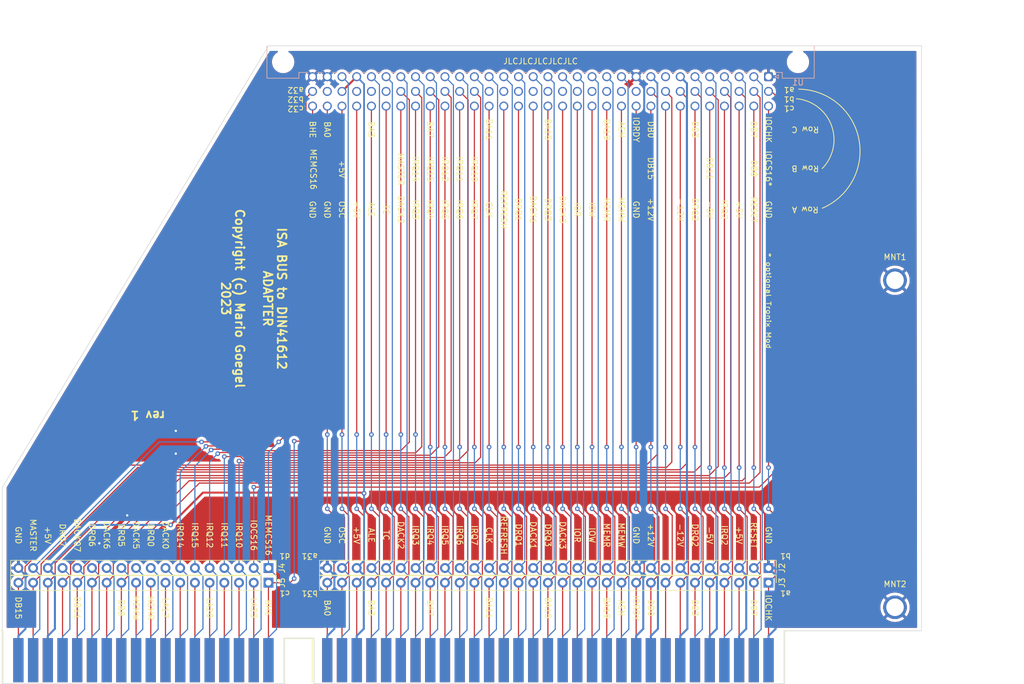
<source format=kicad_pcb>
(kicad_pcb (version 20211014) (generator pcbnew)
  (title_block (title "ISA16 to DIN41612") (date "2023-06-06") (rev "1") (company "Mario Goegel"))
  (layers (0 "F.Cu" signal) (31 "B.Cu" signal) (34 "B.Paste" user) (35 "F.Paste" user) (36 "B.SilkS" user "B.Silkscreen") (37 "F.SilkS" user "F.Silkscreen") (38 "B.Mask" user) (39 "F.Mask" user) (44 "Edge.Cuts" user))
  (net 0 "")
  (net 1 "/GND")
  (net 2 "/RESET")
  (net 3 "/+5V")
  (net 4 "/IRQ2")
  (net 5 "/-5V")
  (net 6 "/DRQ2")
  (net 7 "/-12V")
  (net 9 "/+12V")
  (net 10 "/MEMW")
  (net 11 "/MEMR")
  (net 12 "/IOW")
  (net 13 "/IOR")
  (net 14 "/DACK3")
  (net 15 "/DRQ3")
  (net 16 "/DACK1")
  (net 17 "/DRQ1")
  (net 18 "/REFR")
  (net 19 "/CLK")
  (net 20 "/IRQ7")
  (net 21 "/IRQ6")
  (net 22 "/IRQ5")
  (net 23 "/IRQ4")
  (net 24 "/IRQ3")
  (net 25 "/DACK2")
  (net 26 "/TC")
  (net 27 "/ALE")
  (net 28 "/OSC")
  (net 29 "/IOCHK")
  (net 30 "/DB7")
  (net 31 "/DB6")
  (net 32 "/DB5")
  (net 33 "/DB4")
  (net 34 "/DB3")
  (net 35 "/DB2")
  (net 36 "/DB1")
  (net 37 "/DB0")
  (net 38 "/IORDY")
  (net 39 "/AEN")
  (net 40 "/BA19")
  (net 41 "/BA18")
  (net 42 "/BA17")
  (net 43 "/BA16")
  (net 44 "/BA15")
  (net 45 "/BA14")
  (net 46 "/BA13")
  (net 47 "/BA12")
  (net 48 "/BA11")
  (net 49 "/BA10")
  (net 50 "/BA9")
  (net 51 "/BA8")
  (net 52 "/BA7")
  (net 53 "/BA6")
  (net 54 "/BA5")
  (net 55 "/BA4")
  (net 56 "/BA3")
  (net 57 "/BA2")
  (net 58 "/BA1")
  (net 59 "/BA0")
  (net 60 "/MEMCS16")
  (net 61 "/IOCS16")
  (net 62 "/IRQ10")
  (net 63 "/IRQ11")
  (net 64 "/IRQ12")
  (net 65 "/IRQ15")
  (net 66 "/IRQ14")
  (net 67 "Net-(J1-Pad70)")
  (net 68 "Net-(J1-Pad71)")
  (net 69 "Net-(J1-Pad72)")
  (net 70 "Net-(J1-Pad73)")
  (net 71 "Net-(J1-Pad74)")
  (net 72 "Net-(J1-Pad75)")
  (net 73 "Net-(J1-Pad76)")
  (net 74 "Net-(J1-Pad77)")
  (net 75 "/MASTER")
  (net 76 "/BHE")
  (net 77 "/LA23")
  (net 78 "/LA22")
  (net 79 "/LA21")
  (net 80 "/LA20")
  (net 81 "/LA19")
  (net 82 "/LA18")
  (net 83 "/LA17")
  (net 84 "/MEMR2")
  (net 85 "/MEMW2")
  (net 86 "/DB8")
  (net 87 "/DB9")
  (net 88 "/DB10")
  (net 89 "/DB11")
  (net 90 "/DB12")
  (net 91 "/DB13")
  (net 92 "/DB14")
  (net 93 "/DB15")
  (footprint "Connector_PinHeader_2.54mm:PinHeader_1x18_P2.54mm_Vertical" (layer "F.Cu") (at 123.317 131.65 -90)
    (fp_text reference "J4")
    (fp_text value "Conn_01x18")
  )
  (footprint "MountingHole:MountingHole_3mm_Pad" (layer "F.Cu") (at 231.521 81.921)
    (fp_text reference "MNT1")
    (fp_text value "MountingHole_3mm_Pad")
  )
  (footprint "MountingHole:MountingHole_3mm_Pad" (layer "F.Cu") (at 231.521 138.436)
    (fp_text reference "MNT2")
    (fp_text value "MountingHole_3mm_Pad")
  )
  (footprint "Connector_PinHeader_2.54mm:PinHeader_1x31_P2.54mm_Vertical" (layer "F.Cu") (at 209.677 131.65 -90)
    (fp_text reference "J2")
    (fp_text value "Conn_01x31")
  )
  (footprint "Connector_PCBEdge:BUS_AT" (layer "F.Cu") (at 209.677 147.58)
    (fp_text reference "J1")
    (fp_text value "Bus_ISA_16bit")
  )
  (footprint "Connector_PinHeader_2.54mm:PinHeader_1x31_P2.54mm_Vertical" (layer "F.Cu") (at 209.677 134.19 -90)
    (fp_text reference "J3")
    (fp_text value "Conn_01x31")
  )
  (footprint "Connector_PinHeader_2.54mm:PinHeader_1x18_P2.54mm_Vertical" (layer "F.Cu") (at 123.317 134.19 -90)
    (fp_text reference "J5")
    (fp_text value "Conn_01x18")
  )
  (footprint "my_connector:DIN41612_C_3x32_Male_Horizontal_THT_PressFit" (layer "B.Cu") (at 209.677 46.742 180)
    (fp_text reference "U1")
    (fp_text value "BUS_EC1834_16Bit_RAMCARD")
  )
  (gr_arc (start 214.884 48.895) (mid 225.276369 57.530569) (end 218.948 69.469) (layer "F.SilkS") (width 0.15))
  (gr_arc (start 214.503 50.546) (mid 220.543754 55.171774) (end 218.948 62.611) (layer "F.SilkS") (width 0.15))
  (gr_poly (pts (xy 236.093 142.5) (xy 212.471 142.5) (xy 212.471 151.644) (xy 131.191 151.644) (xy 131.191 143.77) (xy 126.111 143.77) (xy 126.111 151.644) (xy 77.343 151.644) (xy 77.343 142.5) (xy 77.343 117.729) (xy 123.317 41.408) (xy 236.093 41.408)) (layer "Edge.Cuts") (width 0.1) (fill none))
  (gr_text "BA7" (at 151.257 55.88 270) (layer "F.SilkS") (effects (font (size 1 1))))
  (gr_text "-5V" (at 199.517 69.723 270) (layer "F.SilkS") (effects (font (size 1 1))))
  (gr_text "+12V" (at 189.357 69.723 270) (layer "F.SilkS") (effects (font (size 1 1))))
  (gr_text "TC" (at 143.637 69.723 270) (layer "F.SilkS") (effects (font (size 1 1))))
  (gr_text "BA15" (at 171.577 138.557 270) (layer "F.SilkS") (effects (font (size 1 1))))
  (gr_text "IRQ6" (at 156.337 125.984 270) (layer "F.SilkS") (effects (font (size 1 1))))
  (gr_text "GND" (at 133.477 125.984 270) (layer "F.SilkS") (effects (font (size 1 1))))
  (gr_text "IOCS16" (at 120.777 125.984 270) (layer "F.SilkS") (effects (font (size 1 1))))
  (gr_text "IRQ2" (at 202.057 69.723 270) (layer "F.SilkS") (effects (font (size 1 1))))
  (gr_text "IRQ5" (at 153.797 125.984 270) (layer "F.SilkS") (effects (font (size 1 1))))
  (gr_text "REFRESH" (at 163.957 125.984 270) (layer "F.SilkS") (effects (font (size 1 1))))
  (gr_text "BA7" (at 151.257 138.557 270) (layer "F.SilkS") (effects (font (size 1 1))))
  (gr_text "DB3" (at 196.977 138.557 270) (layer "F.SilkS") (effects (font (size 1 1))))
  (gr_text "IOR" (at 176.657 125.984 270) (layer "F.SilkS") (effects (font (size 1 1))))
  (gr_text "DRQ2" (at 196.977 125.984 270) (layer "F.SilkS") (effects (font (size 1 1))))
  (gr_text "ALE" (at 141.097 125.984 270) (layer "F.SilkS") (effects (font (size 1 1))))
  (gr_text "Row C" (at 216.027 55.88 180) (layer "F.SilkS") (effects (font (size 1 1))))
  (gr_text "OSC" (at 136.017 69.723 270) (layer "F.SilkS") (effects (font (size 1 1))))
  (gr_text "DRQ6" (at 92.837 125.984 270) (layer "F.SilkS") (effects (font (size 1 1))))
  (gr_text "IORDY" (at 186.817 138.557 270) (layer "F.SilkS") (effects (font (size 1 1))))
  (gr_text "a1\n\n\n\nb1" (at 212.598 132.842 180) (layer "F.SilkS") (effects (font (size 1 1))))
  (gr_text "MEMCS16" (at 123.317 125.984 270) (layer "F.SilkS") (effects (font (size 1 1))))
  (gr_text "DB8" (at 97.917 138.557 270) (layer "F.SilkS") (effects (font (size 1 1))))
  (gr_text "Row B" (at 216.027 62.611 180) (layer "F.SilkS") (effects (font (size 1 1))))
  (gr_text "IOCS16*" (at 209.677 62.611 270) (layer "F.SilkS") (effects (font (size 1 1))))
  (gr_text "-12V" (at 194.437 69.723 270) (layer "F.SilkS") (effects (font (size 1 1))))
  (gr_text "IRQ7" (at 158.877 69.723 270) (layer "F.SilkS") (effects (font (size 1 1))))
  (gr_text "IRQ4" (at 151.257 69.723 270) (layer "F.SilkS") (effects (font (size 1 1))))
  (gr_text "b31\n\n\n\na31" (at 130.429 132.842 180) (layer "F.SilkS") (effects (font (size 1 1))))
  (gr_text "IOW" (at 179.197 69.723 270) (layer "F.SilkS") (effects (font (size 1 1))))
  (gr_text "DRQ3" (at 171.577 125.984 270) (layer "F.SilkS") (effects (font (size 1 1))))
  (gr_text "c32\nb32\na32" (at 128.016 50.673 180) (layer "F.SilkS") (effects (font (size 1 1))))
  (gr_text "+5V" (at 138.557 69.723 270) (layer "F.SilkS") (effects (font (size 1 1))))
  (gr_text "DACK07" (at 90.297 125.984 270) (layer "F.SilkS") (effects (font (size 1 1))))
  (gr_text "DRQ5" (at 97.917 125.984 270) (layer "F.SilkS") (effects (font (size 1 1))))
  (gr_text "MEMW" (at 100.457 138.557 270) (layer "F.SilkS") (effects (font (size 1 1))))
  (gr_text "DRQ7" (at 87.757 125.984 270) (layer "F.SilkS") (effects (font (size 1 1))))
  (gr_text "* optional Tronix Mod" (at 209.677 85.471 270) (layer "F.SilkS") (effects (font (size 0.75 1))))
  (gr_text "IRQ10" (at 158.877 62.738 270) (layer "F.SilkS") (effects (font (size 1 1))))
  (gr_text "Row A" (at 216.027 69.723 180) (layer "F.SilkS") (effects (font (size 1 1))))
  (gr_text "IRQ15" (at 151.257 62.738 270) (layer "F.SilkS") (effects (font (size 1 1))))
  (gr_text "DB7" (at 207.137 138.557 270) (layer "F.SilkS") (effects (font (size 1 1))))
  (gr_text "JLCJLCJLCJLCJLC" (at 170.307 44.069) (layer "F.SilkS") (effects (font (size 1 1))))
  (gr_text "BA19" (at 181.737 55.88 270) (layer "F.SilkS") (effects (font (size 1 1))))
  (gr_text "IRQ15" (at 110.617 125.984 270) (layer "F.SilkS") (effects (font (size 1 1))))
  (gr_text "LA20" (at 113.157 138.557 270) (layer "F.SilkS") (effects (font (size 1 1))))
  (gr_text "REFRESH" (at 163.957 69.723 270) (layer "F.SilkS") (effects (font (size 1 1))))
  (gr_text "DRQ2" (at 196.977 69.723 270) (layer "F.SilkS") (effects (font (size 1 1))))
  (gr_text "BA11" (at 161.417 138.557 270) (layer "F.SilkS") (effects (font (size 1 1))))
  (gr_text "MEMW" (at 184.277 125.984 270) (layer "F.SilkS") (effects (font (size 1 1))))
  (gr_text "IOR" (at 176.657 69.723 270) (layer "F.SilkS") (effects (font (size 1 1))))
  (gr_text "IOW" (at 179.197 125.984 270) (layer "F.SilkS") (effects (font (size 1 1))))
  (gr_text "DACK2" (at 146.177 69.723 270) (layer "F.SilkS") (effects (font (size 1 1))))
  (gr_text "IOCHK" (at 209.677 55.88 270) (layer "F.SilkS") (effects (font (size 1 1))))
  (gr_text "BA0" (at 133.477 138.557 270) (layer "F.SilkS") (effects (font (size 1 1))))
  (gr_text "IRQ3" (at 148.717 125.984 270) (layer "F.SilkS") (effects (font (size 1 1))))
  (gr_text "IRQ4" (at 151.257 125.984 270) (layer "F.SilkS") (effects (font (size 1 1))))
  (gr_text "ISA BUS to DIN41612\nADAPTER\n\nCopyright (c) Mario Goegel\n2023" (at 120.777 85.09 270) (layer "F.SilkS") (effects (font (size 1.5 1.5) (thickness 0.3))))
  (gr_text "+12V" (at 189.357 125.984 270) (layer "F.SilkS") (effects (font (size 1 1))))
  (gr_text "DRQ1" (at 166.497 125.984 270) (layer "F.SilkS") (effects (font (size 1 1))))
  (gr_text "DACK3" (at 174.117 125.984 270) (layer "F.SilkS") (effects (font (size 1 1))))
  (gr_text "BA3" (at 141.097 138.557 270) (layer "F.SilkS") (effects (font (size 1 1))))
  (gr_text "IRQ11" (at 115.697 125.984 270) (layer "F.SilkS") (effects (font (size 1 1))))
  (gr_text "DACK1" (at 169.037 125.984 270) (layer "F.SilkS") (effects (font (size 1 1))))
  (gr_text "-12V" (at 194.437 125.984 270) (layer "F.SilkS") (effects (font (size 1 1))))
  (gr_text "BA19" (at 181.737 138.557 270) (layer "F.SilkS") (effects (font (size 1 1))))
  (gr_text "MEMW" (at 184.277 69.723 270) (layer "F.SilkS") (effects (font (size 1 1))))
  (gr_text "GND" (at 209.677 69.723 270) (layer "F.SilkS") (effects (font (size 1 1))))
  (gr_text "MEMR" (at 102.997 138.557 270) (layer "F.SilkS") (effects (font (size 1 1))))
  (gr_text "+5V" (at 204.597 125.984 270) (layer "F.SilkS") (effects (font (size 1 1))))
  (gr_text "DRQ1" (at 166.497 69.723 270) (layer "F.SilkS") (effects (font (size 1 1))))
  (gr_text "IRQ10" (at 118.237 125.984 270) (layer "F.SilkS") (effects (font (size 1 1))))
  (gr_text "IRQ6" (at 156.337 69.723 270) (layer "F.SilkS") (effects (font (size 1 1))))
  (gr_text "+5V" (at 204.597 69.723 270) (layer "F.SilkS") (effects (font (size 1 1))))
  (gr_text "DB0" (at 189.357 55.88 270) (layer "F.SilkS") (effects (font (size 1 1))))
  (gr_text "LA17" (at 105.537 138.557 270) (layer "F.SilkS") (effects (font (size 1 1))))
  (gr_text "GND" (at 130.937 69.723 270) (layer "F.SilkS") (effects (font (size 1 1))))
  (gr_text "DRQ3" (at 171.577 69.723 270) (layer "F.SilkS") (effects (font (size 1 1))))
  (gr_text "+5V" (at 136.017 62.738 270) (layer "F.SilkS") (effects (font (size 1 1))))
  (gr_text "GND" (at 80.137 125.984 270) (layer "F.SilkS") (effects (font (size 1 1))))
  (gr_text "DB15" (at 189.357 62.611 270) (layer "F.SilkS") (effects (font (size 1 1))))
  (gr_text "MEMR" (at 181.737 69.723 270) (layer "F.SilkS") (effects (font (size 1 1))))
  (gr_text "DB7" (at 207.137 55.88 270) (layer "F.SilkS") (effects (font (size 1 1))))
  (gr_text "BA11" (at 161.417 55.88 270) (layer "F.SilkS") (effects (font (size 1 1))))
  (gr_text "rev 1" (at 102.489 105.283 180) (layer "F.SilkS") (effects (font (size 1.5 1.5) (thickness 0.3))))
  (gr_text "DB11" (at 199.517 62.611 270) (layer "F.SilkS") (effects (font (size 1 1))))
  (gr_text "DACK3" (at 174.117 69.723 270) (layer "F.SilkS") (effects (font (size 1 1))))
  (gr_text "IRQ14" (at 148.717 62.738 270) (layer "F.SilkS") (effects (font (size 1 1))))
  (gr_text "IRQ14" (at 108.077 125.984 270) (layer "F.SilkS") (effects (font (size 1 1))))
  (gr_text "DRQ0" (at 102.997 125.984 270) (layer "F.SilkS") (effects (font (size 1 1))))
  (gr_text "GND" (at 186.817 69.723 270) (layer "F.SilkS") (effects (font (size 1 1))))
  (gr_text "DACK5" (at 100.457 125.984 270) (layer "F.SilkS") (effects (font (size 1 1))))
  (gr_text "GND" (at 133.477 69.723 270) (layer "F.SilkS") (effects (font (size 1 1))))
  (gr_text "MASTER" (at 146.177 62.738 270) (layer "F.SilkS") (effects (font (size 1 1))))
  (gr_text "c1\nb1\na1" (at 213.233 50.673 180) (layer "F.SilkS") (effects (font (size 1 1))))
  (gr_text "DB8" (at 207.137 62.611 270) (layer "F.SilkS") (effects (font (size 1 1))))
  (gr_text "TC" (at 143.637 125.984 270) (layer "F.SilkS") (effects (font (size 1 1))))
  (gr_text "DB3" (at 196.977 55.88 270) (layer "F.SilkS") (effects (font (size 1 1))))
  (gr_text "IRQ12" (at 113.157 125.984 270) (layer "F.SilkS") (effects (font (size 1 1))))
  (gr_text "AEN" (at 184.277 55.88 270) (layer "F.SilkS") (effects (font (size 1 1))))
  (gr_text "CLK" (at 161.417 69.723 270) (layer "F.SilkS") (effects (font (size 1 1))))
  (gr_text "CLK" (at 161.417 125.984 270) (layer "F.SilkS") (effects (font (size 1 1))))
  (gr_text "RESET" (at 207.137 69.723 270) (layer "F.SilkS") (effects (font (size 1 1))))
  (gr_text "OSC" (at 136.017 125.984 270) (layer "F.SilkS") (effects (font (size 1 1))))
  (gr_text "IRQ2" (at 202.057 125.984 270) (layer "F.SilkS") (effects (font (size 1 1))))
  (gr_text "IRQ7" (at 158.877 125.984 270) (layer "F.SilkS") (effects (font (size 1 1))))
  (gr_text "IRQ12" (at 153.797 62.738 270) (layer "F.SilkS") (effects (font (size 1 1))))
  (gr_text "RESET" (at 207.137 125.984 270) (layer "F.SilkS") (effects (font (size 1 1))))
  (gr_text "IORDY" (at 186.817 55.88 270) (layer "F.SilkS") (effects (font (size 1 1))))
  (gr_text "LA23" (at 120.777 138.557 270) (layer "F.SilkS") (effects (font (size 1 1))))
  (gr_text "IRQ3" (at 148.717 69.723 270) (layer "F.SilkS") (effects (font (size 1 1))))
  (gr_text "IRQ5" (at 153.797 69.723 270) (layer "F.SilkS") (effects (font (size 1 1))))
  (gr_text "c1\n\n\n\nd1" (at 126.111 132.842 180) (layer "F.SilkS") (effects (font (size 1 1))))
  (gr_text "DACK0" (at 105.537 125.984 270) (layer "F.SilkS") (effects (font (size 1 1))))
  (gr_text "IRQ11" (at 156.337 62.738 270) (layer "F.SilkS") (effects (font (size 1 1))))
  (gr_text "DB0" (at 189.357 138.557 270) (layer "F.SilkS") (effects (font (size 1 1))))
  (gr_text "AEN" (at 184.277 138.557 270) (layer "F.SilkS") (effects (font (size 1 1))))
  (gr_text "DACK1" (at 169.037 69.723 270) (layer "F.SilkS") (effects (font (size 1 1))))
  (gr_text "MEMCS16" (at 131.064 62.738 270) (layer "F.SilkS") (effects (font (size 1 1))))
  (gr_text "GND" (at 186.817 125.984 270) (layer "F.SilkS") (effects (font (size 1 1))))
  (gr_text "-5V" (at 199.517 125.984 270) (layer "F.SilkS") (effects (font (size 1 1))))
  (gr_text "DB11" (at 90.297 138.557 270) (layer "F.SilkS") (effects (font (size 1 1))))
  (gr_text "MASTER" (at 82.677 125.984 270) (layer "F.SilkS") (effects (font (size 1 1))))
  (gr_text "+5V" (at 138.557 125.984 270) (layer "F.SilkS") (effects (font (size 1 1))))
  (gr_text "ALE" (at 141.097 69.723 270) (layer "F.SilkS") (effects (font (size 1 1))))
  (gr_text "GND" (at 209.677 125.984 270) (layer "F.SilkS") (effects (font (size 1 1))))
  (gr_text "BHE" (at 130.937 55.88 270) (layer "F.SilkS") (effects (font (size 1 1))))
  (gr_text "DACK2" (at 146.177 125.984 270) (layer "F.SilkS") (effects (font (size 1 1))))
  (gr_text "DB15" (at 80.137 138.557 270) (layer "F.SilkS") (effects (font (size 1 1))))
  (gr_text "+5V" (at 85.217 125.984 270) (layer "F.SilkS") (effects (font (size 1 1))))
  (gr_text "IOCHK" (at 209.677 138.557 270) (layer "F.SilkS") (effects (font (size 1 1))))
  (gr_text "BA3" (at 141.097 55.88 270) (layer "F.SilkS") (effects (font (size 1 1))))
  (gr_text "MEMR" (at 181.737 125.984 270) (layer "F.SilkS") (effects (font (size 1 1))))
  (gr_text "BHE" (at 123.317 138.557 270) (layer "F.SilkS") (effects (font (size 1 1))))
  (gr_text "BA15" (at 171.577 55.88 270) (layer "F.SilkS") (effects (font (size 1 1))))
  (gr_text "DACK6" (at 95.377 125.984 270) (layer "F.SilkS") (effects (font (size 1 1))))
  (gr_text "BA0" (at 133.477 55.88 270) (layer "F.SilkS") (effects (font (size 1 1))))
  (segment (start 98.933 122.555) (end 94.107 127.381) (width 0.35) (layer "F.Cu") (net 1))
  (segment (start 107.315 107.95) (end 107.315 111.887) (width 0.35) (layer "F.Cu") (net 1))
  (via (at 94.107 127.381) (size 0.8) (drill 0.4) (layers "F.Cu" "B.Cu") (net 1))
  (via (at 107.315 107.95) (size 0.8) (drill 0.4) (layers "F.Cu" "B.Cu") (net 1))
  (via (at 98.933 122.555) (size 0.8) (drill 0.4) (layers "F.Cu" "B.Cu") (net 1))
  (via (at 107.315 111.887) (size 0.8) (drill 0.4) (layers "F.Cu" "B.Cu") (net 1))
  (segment (start 81.362 132.875) (end 80.137 131.65) (width 0.35) (layer "B.Cu") (net 1))
  (segment (start 209.677 143.383) (end 210.902 142.158) (width 0.35) (layer "B.Cu") (net 1))
  (segment (start 133.477 147.58) (end 133.477 143.383) (width 0.35) (layer "B.Cu") (net 1))
  (segment (start 134.702 132.875) (end 133.477 131.65) (width 0.35) (layer "B.Cu") (net 1))
  (segment (start 186.817 147.58) (end 186.817 143.383) (width 0.35) (layer "B.Cu") (net 1))
  (segment (start 133.477 143.383) (end 134.702 142.158) (width 0.35) (layer "B.Cu") (net 1))
  (segment (start 209.677 147.58) (end 209.677 143.383) (width 0.35) (layer "B.Cu") (net 1))
  (segment (start 134.702 142.158) (end 134.702 132.875) (width 0.35) (layer "B.Cu") (net 1))
  (segment (start 188.468 129.999) (end 188.207 129.738) (width 0.35) (layer "B.Cu") (net 1))
  (segment (start 186.817 143.383) (end 188.042 142.158) (width 0.35) (layer "B.Cu") (net 1))
  (segment (start 210.902 132.875) (end 209.677 131.65) (width 0.35) (layer "B.Cu") (net 1))
  (segment (start 188.042 132.875) (end 186.817 131.65) (width 0.35) (layer "B.Cu") (net 1))
  (segment (start 186.817 131.65) (end 188.468 129.999) (width 0.35) (layer "B.Cu") (net 1))
  (segment (start 80.137 143.383) (end 81.362 142.158) (width 0.35) (layer "B.Cu") (net 1))
  (segment (start 188.042 142.158) (end 188.042 132.875) (width 0.35) (layer "B.Cu") (net 1))
  (segment (start 188.207 48.132) (end 186.817 46.742) (width 0.35) (layer "B.Cu") (net 1))
  (segment (start 188.207 129.738) (end 188.207 48.132) (width 0.35) (layer "B.Cu") (net 1))
  (segment (start 81.362 142.158) (end 81.362 132.875) (width 0.35) (layer "B.Cu") (net 1))
  (segment (start 210.902 142.158) (end 210.902 132.875) (width 0.35) (layer "B.Cu") (net 1))
  (segment (start 80.137 147.58) (end 80.137 143.383) (width 0.35) (layer "B.Cu") (net 1))
  (segment (start 208.602 130.185) (end 208.602 48.207) (width 0.2) (layer "B.Cu") (net 2))
  (segment (start 207.137 131.65) (end 208.602 130.185) (width 0.2) (layer "B.Cu") (net 2))
  (segment (start 208.407 132.92) (end 207.137 131.65) (width 0.2) (layer "B.Cu") (net 2))
  (segment (start 208.407 142.24) (end 208.407 132.92) (width 0.2) (layer "B.Cu") (net 2))
  (segment (start 207.137 143.51) (end 208.407 142.24) (width 0.2) (layer "B.Cu") (net 2))
  (segment (start 208.602 48.207) (end 207.137 46.742) (width 0.2) (layer "B.Cu") (net 2))
  (segment (start 207.137 147.58) (end 207.137 143.51) (width 0.2) (layer "B.Cu") (net 2))
  (segment (start 139.7 118.618) (end 139.827 118.745) (width 0.35) (layer "F.Cu") (net 3))
  (segment (start 106.426 124.206) (end 112.014 118.618) (width 0.35) (layer "F.Cu") (net 3))
  (segment (start 136.017 49.282) (end 138.557 46.742) (width 0.35) (layer "F.Cu") (net 3))
  (segment (start 112.014 118.618) (end 139.7 118.618) (width 0.35) (layer "F.Cu") (net 3))
  (via (at 106.426 124.206) (size 0.8) (drill 0.4) (layers "F.Cu" "B.Cu") (net 3))
  (via (at 139.827 118.745) (size 0.8) (drill 0.4) (layers "F.Cu" "B.Cu") (net 3))
  (segment (start 205.672 130.575) (end 204.597 131.65) (width 0.2) (layer "B.Cu") (net 3))
  (segment (start 204.597 147.58) (end 204.597 143.383) (width 0.35) (layer "B.Cu") (net 3))
  (segment (start 86.442 132.875) (end 85.217 131.65) (width 0.35) (layer "B.Cu") (net 3))
  (segment (start 139.827 118.745) (end 139.827 130.38) (width 0.3) (layer "B.Cu") (net 3))
  (segment (start 85.217 147.58) (end 85.217 143.383) (width 0.35) (layer "B.Cu") (net 3))
  (segment (start 92.661 124.206) (end 106.426 124.206) (width 0.35) (layer "B.Cu") (net 3))
  (segment (start 86.442 142.158) (end 86.442 132.875) (width 0.35) (layer "B.Cu") (net 3))
  (segment (start 205.672 47.817) (end 205.672 130.575) (width 0.2) (layer "B.Cu") (net 3))
  (segment (start 138.557 143.383) (end 139.782 142.158) (width 0.35) (layer "B.Cu") (net 3))
  (segment (start 204.597 143.383) (end 205.822 142.158) (width 0.35) (layer "B.Cu") (net 3))
  (segment (start 138.557 147.58) (end 138.557 143.383) (width 0.35) (layer "B.Cu") (net 3))
  (segment (start 205.822 142.158) (end 205.822 132.875) (width 0.35) (layer "B.Cu") (net 3))
  (segment (start 139.827 48.012) (end 139.827 118.745) (width 0.3) (layer "B.Cu") (net 3))
  (segment (start 139.782 142.158) (end 139.782 132.875) (width 0.35) (layer "B.Cu") (net 3))
  (segment (start 139.782 132.875) (end 138.557 131.65) (width 0.35) (layer "B.Cu") (net 3))
  (segment (start 205.822 132.875) (end 204.597 131.65) (width 0.35) (layer "B.Cu") (net 3))
  (segment (start 85.217 143.383) (end 86.442 142.158) (width 0.35) (layer "B.Cu") (net 3))
  (segment (start 139.827 130.38) (end 138.557 131.65) (width 0.3) (layer "B.Cu") (net 3))
  (segment (start 204.597 46.742) (end 205.672 47.817) (width 0.2) (layer "B.Cu") (net 3))
  (segment (start 85.217 131.65) (end 92.661 124.206) (width 0.35) (layer "B.Cu") (net 3))
  (segment (start 138.557 46.742) (end 139.827 48.012) (width 0.3) (layer "B.Cu") (net 3))
  (segment (start 202.057 147.58) (end 202.057 143.51) (width 0.2) (layer "B.Cu") (net 4))
  (segment (start 202.057 131.65) (end 203.2 130.507) (width 0.2) (layer "B.Cu") (net 4))
  (segment (start 203.327 132.92) (end 202.057 131.65) (width 0.2) (layer "B.Cu") (net 4))
  (segment (start 202.057 143.51) (end 203.327 142.24) (width 0.2) (layer "B.Cu") (net 4))
  (segment (start 203.327 142.24) (end 203.327 132.92) (width 0.2) (layer "B.Cu") (net 4))
  (segment (start 203.2 130.507) (end 203.2 47.885) (width 0.2) (layer "B.Cu") (net 4))
  (segment (start 203.2 47.885) (end 202.057 46.742) (width 0.2) (layer "B.Cu") (net 4))
  (segment (start 200.592 47.817) (end 200.592 130.575) (width 0.2) (layer "B.Cu") (net 5))
  (segment (start 200.742 132.875) (end 199.517 131.65) (width 0.35) (layer "B.Cu") (net 5))
  (segment (start 199.517 147.58) (end 199.517 143.383) (width 0.35) (layer "B.Cu") (net 5))
  (segment (start 199.517 46.742) (end 200.592 47.817) (width 0.2) (layer "B.Cu") (net 5))
  (segment (start 200.592 130.575) (end 199.517 131.65) (width 0.2) (layer "B.Cu") (net 5))
  (segment (start 199.517 143.383) (end 200.742 142.158) (width 0.35) (layer "B.Cu") (net 5))
  (segment (start 200.742 142.158) (end 200.742 132.875) (width 0.35) (layer "B.Cu") (net 5))
  (segment (start 198.247 132.92) (end 196.977 131.65) (width 0.2) (layer "B.Cu") (net 6))
  (segment (start 196.977 147.58) (end 196.977 143.51) (width 0.2) (layer "B.Cu") (net 6))
  (segment (start 198.052 47.817) (end 198.052 130.575) (width 0.2) (layer "B.Cu") (net 6))
  (segment (start 196.977 143.51) (end 198.247 142.24) (width 0.2) (layer "B.Cu") (net 6))
  (segment (start 196.977 46.742) (end 198.052 47.817) (width 0.2) (layer "B.Cu") (net 6))
  (segment (start 198.052 130.575) (end 196.977 131.65) (width 0.2) (layer "B.Cu") (net 6))
  (segment (start 198.247 142.24) (end 198.247 132.92) (width 0.2) (layer "B.Cu") (net 6))
  (segment (start 195.587 47.892) (end 194.437 46.742) (width 0.35) (layer "B.Cu") (net 7))
  (segment (start 195.662 132.875) (end 194.437 131.65) (width 0.35) (layer "B.Cu") (net 7))
  (segment (start 194.437 143.383) (end 195.662 142.158) (width 0.35) (layer "B.Cu") (net 7))
  (segment (start 195.662 142.158) (end 195.662 132.875) (width 0.35) (layer "B.Cu") (net 7))
  (segment (start 195.587 130.5) (end 195.587 47.892) (width 0.35) (layer "B.Cu") (net 7))
  (segment (start 194.437 131.65) (end 195.587 130.5) (width 0.35) (layer "B.Cu") (net 7))
  (segment (start 194.437 147.58) (end 194.437 143.383) (width 0.35) (layer "B.Cu") (net 7))
  (segment (start 189.357 147.58) (end 189.357 143.383) (width 0.35) (layer "B.Cu") (net 9))
  (segment (start 190.482 47.867) (end 190.482 130.525) (width 0.3) (layer "B.Cu") (net 9))
  (segment (start 190.482 130.525) (end 189.357 131.65) (width 0.3) (layer "B.Cu") (net 9))
  (segment (start 189.357 143.383) (end 190.582 142.158) (width 0.35) (layer "B.Cu") (net 9))
  (segment (start 189.357 46.742) (end 190.482 47.867) (width 0.3) (layer "B.Cu") (net 9))
  (segment (start 190.582 142.158) (end 190.582 132.875) (width 0.35) (layer "B.Cu") (net 9))
  (segment (start 190.582 132.875) (end 189.357 131.65) (width 0.35) (layer "B.Cu") (net 9))
  (segment (start 185.42 47.885) (end 185.42 130.507) (width 0.2) (layer "B.Cu") (net 10))
  (segment (start 185.42 130.507) (end 184.277 131.65) (width 0.2) (layer "B.Cu") (net 10))
  (segment (start 184.277 143.51) (end 185.547 142.24) (width 0.2) (layer "B.Cu") (net 10))
  (segment (start 185.547 132.92) (end 184.277 131.65) (width 0.2) (layer "B.Cu") (net 10))
  (segment (start 184.277 147.58) (end 184.277 143.51) (width 0.2) (layer "B.Cu") (net 10))
  (segment (start 185.547 142.24) (end 185.547 132.92) (width 0.2) (layer "B.Cu") (net 10))
  (segment (start 184.277 46.742) (end 185.42 47.885) (width 0.2) (layer "B.Cu") (net 10))
  (segment (start 183.007 142.24) (end 183.007 132.92) (width 0.2) (layer "B.Cu") (net 11))
  (segment (start 181.737 143.51) (end 183.007 142.24) (width 0.2) (layer "B.Cu") (net 11))
  (segment (start 182.812 47.817) (end 182.812 130.575) (width 0.2) (layer "B.Cu") (net 11))
  (segment (start 181.737 46.742) (end 182.812 47.817) (width 0.2) (layer "B.Cu") (net 11))
  (segment (start 181.737 147.58) (end 181.737 143.51) (width 0.2) (layer "B.Cu") (net 11))
  (segment (start 183.007 132.92) (end 181.737 131.65) (width 0.2) (layer "B.Cu") (net 11))
  (segment (start 182.812 130.575) (end 181.737 131.65) (width 0.2) (layer "B.Cu") (net 11))
  (segment (start 180.272 47.817) (end 180.272 130.575) (width 0.2) (layer "B.Cu") (net 12))
  (segment (start 179.197 46.742) (end 180.272 47.817) (width 0.2) (layer "B.Cu") (net 12))
  (segment (start 180.467 142.24) (end 180.467 132.92) (width 0.2) (layer "B.Cu") (net 12))
  (segment (start 180.272 130.575) (end 179.197 131.65) (width 0.2) (layer "B.Cu") (net 12))
  (segment (start 179.197 147.58) (end 179.197 143.51) (width 0.2) (layer "B.Cu") (net 12))
  (segment (start 179.197 143.51) (end 180.467 142.24) (width 0.2) (layer "B.Cu") (net 12))
  (segment (start 180.467 132.92) (end 179.197 131.65) (width 0.2) (layer "B.Cu") (net 12))
  (segment (start 177.732 130.575) (end 176.657 131.65) (width 0.2) (layer "B.Cu") (net 13))
  (segment (start 177.927 142.24) (end 177.927 132.92) (width 0.2) (layer "B.Cu") (net 13))
  (segment (start 176.657 143.51) (end 177.927 142.24) (width 0.2) (layer "B.Cu") (net 13))
  (segment (start 176.657 46.742) (end 177.732 47.817) (width 0.2) (layer "B.Cu") (net 13))
  (segment (start 177.927 132.92) (end 176.657 131.65) (width 0.2) (layer "B.Cu") (net 13))
  (segment (start 177.732 47.817) (end 177.732 130.575) (width 0.2) (layer "B.Cu") (net 13))
  (segment (start 176.657 147.58) (end 176.657 143.51) (width 0.2) (layer "B.Cu") (net 13))
  (segment (start 175.387 142.24) (end 175.387 132.92) (width 0.2) (layer "B.Cu") (net 14))
  (segment (start 174.117 147.58) (end 174.117 143.51) (width 0.2) (layer "B.Cu") (net 14))
  (segment (start 174.117 46.742) (end 175.582 48.207) (width 0.2) (layer "B.Cu") (net 14))
  (segment (start 175.387 132.92) (end 174.117 131.65) (width 0.2) (layer "B.Cu") (net 14))
  (segment (start 175.582 48.207) (end 175.582 130.185) (width 0.2) (layer "B.Cu") (net 14))
  (segment (start 175.582 130.185) (end 174.117 131.65) (width 0.2) (layer "B.Cu") (net 14))
  (segment (start 174.117 143.51) (end 175.387 142.24) (width 0.2) (layer "B.Cu") (net 14))
  (segment (start 172.847 142.24) (end 172.847 132.92) (width 0.2) (layer "B.Cu") (net 15))
  (segment (start 171.577 147.58) (end 171.577 143.51) (width 0.2) (layer "B.Cu") (net 15))
  (segment (start 171.577 46.742) (end 172.652 47.817) (width 0.2) (layer "B.Cu") (net 15))
  (segment (start 171.577 143.51) (end 172.847 142.24) (width 0.2) (layer "B.Cu") (net 15))
  (segment (start 172.847 132.92) (end 171.577 131.65) (width 0.2) (layer "B.Cu") (net 15))
  (segment (start 172.652 47.817) (end 172.652 130.575) (width 0.2) (layer "B.Cu") (net 15))
  (segment (start 172.652 130.575) (end 171.577 131.65) (width 0.2) (layer "B.Cu") (net 15))
  (segment (start 170.502 48.207) (end 170.502 130.185) (width 0.2) (layer "B.Cu") (net 16))
  (segment (start 170.502 130.185) (end 169.037 131.65) (width 0.2) (layer "B.Cu") (net 16))
  (segment (start 169.037 143.51) (end 170.307 142.24) (width 0.2) (layer "B.Cu") (net 16))
  (segment (start 170.307 132.92) (end 169.037 131.65) (width 0.2) (layer "B.Cu") (net 16))
  (segment (start 169.037 46.742) (end 170.502 48.207) (width 0.2) (layer "B.Cu") (net 16))
  (segment (start 169.037 147.58) (end 169.037 143.51) (width 0.2) (layer "B.Cu") (net 16))
  (segment (start 170.307 142.24) (end 170.307 132.92) (width 0.2) (layer "B.Cu") (net 16))
  (segment (start 167.767 142.24) (end 167.767 132.92) (width 0.2) (layer "B.Cu") (net 17))
  (segment (start 167.572 130.575) (end 166.497 131.65) (width 0.2) (layer "B.Cu") (net 17))
  (segment (start 166.497 46.742) (end 167.572 47.817) (width 0.2) (layer "B.Cu") (net 17))
  (segment (start 167.572 47.817) (end 167.572 130.575) (width 0.2) (layer "B.Cu") (net 17))
  (segment (start 166.497 147.58) (end 166.497 143.51) (width 0.2) (layer "B.Cu") (net 17))
  (segment (start 167.767 132.92) (end 166.497 131.65) (width 0.2) (layer "B.Cu") (net 17))
  (segment (start 166.497 143.51) (end 167.767 142.24) (width 0.2) (layer "B.Cu") (net 17))
  (segment (start 165.422 130.185) (end 163.957 131.65) (width 0.2) (layer "B.Cu") (net 18))
  (segment (start 165.422 48.207) (end 165.422 130.185) (width 0.2) (layer "B.Cu") (net 18))
  (segment (start 165.227 142.24) (end 165.227 132.92) (width 0.2) (layer "B.Cu") (net 18))
  (segment (start 165.227 132.92) (end 163.957 131.65) (width 0.2) (layer "B.Cu") (net 18))
  (segment (start 163.957 46.742) (end 165.422 48.207) (width 0.2) (layer "B.Cu") (net 18))
  (segment (start 163.957 143.51) (end 165.227 142.24) (width 0.2) (layer "B.Cu") (net 18))
  (segment (start 163.957 147.58) (end 163.957 143.51) (width 0.2) (layer "B.Cu") (net 18))
  (segment (start 162.882 48.207) (end 162.882 130.185) (width 0.2) (layer "B.Cu") (net 19))
  (segment (start 162.882 130.185) (end 161.417 131.65) (width 0.2) (layer "B.Cu") (net 19))
  (segment (start 162.687 142.24) (end 162.687 132.92) (width 0.2) (layer "B.Cu") (net 19))
  (segment (start 161.417 46.742) (end 162.882 48.207) (width 0.2) (layer "B.Cu") (net 19))
  (segment (start 161.417 147.58) (end 161.417 143.51) (width 0.2) (layer "B.Cu") (net 19))
  (segment (start 161.417 143.51) (end 162.687 142.24) (width 0.2) (layer "B.Cu") (net 19))
  (segment (start 162.687 132.92) (end 161.417 131.65) (width 0.2) (layer "B.Cu") (net 19))
  (segment (start 160.342 48.207) (end 160.342 130.185) (width 0.2) (layer "B.Cu") (net 20))
  (segment (start 160.147 142.24) (end 160.147 132.92) (width 0.2) (layer "B.Cu") (net 20))
  (segment (start 158.877 143.51) (end 160.147 142.24) (width 0.2) (layer "B.Cu") (net 20))
  (segment (start 158.877 147.58) (end 158.877 143.51) (width 0.2) (layer "B.Cu") (net 20))
  (segment (start 160.342 130.185) (end 158.877 131.65) (width 0.2) (layer "B.Cu") (net 20))
  (segment (start 158.877 46.742) (end 160.342 48.207) (width 0.2) (layer "B.Cu") (net 20))
  (segment (start 160.147 132.92) (end 158.877 131.65) (width 0.2) (layer "B.Cu") (net 20))
  (segment (start 157.607 142.367) (end 157.607 132.92) (width 0.2) (layer "B.Cu") (net 21))
  (segment (start 157.727 130.26) (end 156.337 131.65) (width 0.2) (layer "B.Cu") (net 21))
  (segment (start 156.337 147.58) (end 156.337 143.637) (width 0.2) (layer "B.Cu") (net 21))
  (segment (start 157.727 48.132) (end 157.727 130.26) (width 0.2) (layer "B.Cu") (net 21))
  (segment (start 157.607 132.92) (end 156.337 131.65) (width 0.2) (layer "B.Cu") (net 21))
  (segment (start 156.337 46.742) (end 157.727 48.132) (width 0.2) (layer "B.Cu") (net 21))
  (segment (start 156.337 143.637) (end 157.607 142.367) (width 0.2) (layer "B.Cu") (net 21))
  (segment (start 153.797 143.51) (end 154.947 142.36) (width 0.2) (layer "B.Cu") (net 22))
  (segment (start 155.262 130.185) (end 153.797 131.65) (width 0.2) (layer "B.Cu") (net 22))
  (segment (start 154.947 132.8) (end 153.797 131.65) (width 0.2) (layer "B.Cu") (net 22))
  (segment (start 153.797 46.742) (end 155.262 48.207) (width 0.2) (layer "B.Cu") (net 22))
  (segment (start 154.947 142.36) (end 154.947 132.8) (width 0.2) (layer "B.Cu") (net 22))
  (segment (start 153.797 147.58) (end 153.797 143.51) (width 0.2) (layer "B.Cu") (net 22))
  (segment (start 155.262 48.207) (end 155.262 130.185) (width 0.2) (layer "B.Cu") (net 22))
  (segment (start 152.527 142.24) (end 152.527 132.92) (width 0.2) (layer "B.Cu") (net 23))
  (segment (start 151.257 143.51) (end 152.527 142.24) (width 0.2) (layer "B.Cu") (net 23))
  (segment (start 151.257 147.58) (end 151.257 143.51) (width 0.2) (layer "B.Cu") (net 23))
  (segment (start 152.527 132.92) (end 151.257 131.65) (width 0.2) (layer "B.Cu") (net 23))
  (segment (start 152.332 130.575) (end 151.257 131.65) (width 0.2) (layer "B.Cu") (net 23))
  (segment (start 151.257 46.742) (end 152.332 47.817) (width 0.2) (layer "B.Cu") (net 23))
  (segment (start 152.332 47.817) (end 152.332 130.575) (width 0.2) (layer "B.Cu") (net 23))
  (segment (start 148.717 147.58) (end 148.717 143.51) (width 0.2) (layer "B.Cu") (net 24))
  (segment (start 150.182 48.207) (end 150.182 130.185) (width 0.2) (layer "B.Cu") (net 24))
  (segment (start 149.987 142.24) (end 149.987 132.92) (width 0.2) (layer "B.Cu") (net 24))
  (segment (start 148.717 143.51) (end 149.987 142.24) (width 0.2) (layer "B.Cu") (net 24))
  (segment (start 149.987 132.92) (end 148.717 131.65) (width 0.2) (layer "B.Cu") (net 24))
  (segment (start 148.717 46.742) (end 150.182 48.207) (width 0.2) (layer "B.Cu") (net 24))
  (segment (start 150.182 130.185) (end 148.717 131.65) (width 0.2) (layer "B.Cu") (net 24))
  (segment (start 147.252 130.575) (end 146.177 131.65) (width 0.2) (layer "B.Cu") (net 25))
  (segment (start 147.252 47.817) (end 147.252 130.575) (width 0.2) (layer "B.Cu") (net 25))
  (segment (start 146.177 143.51) (end 147.447 142.24) (width 0.2) (layer "B.Cu") (net 25))
  (segment (start 147.447 142.24) (end 147.447 132.92) (width 0.2) (layer "B.Cu") (net 25))
  (segment (start 147.447 132.92) (end 146.177 131.65) (width 0.2) (layer "B.Cu") (net 25))
  (segment (start 146.177 147.58) (end 146.177 143.51) (width 0.2) (layer "B.Cu") (net 25))
  (segment (start 146.177 46.742) (end 147.252 47.817) (width 0.2) (layer "B.Cu") (net 25))
  (segment (start 144.712 47.817) (end 143.637 46.742) (width 0.2) (layer "B.Cu") (net 26))
  (segment (start 144.712 130.575) (end 144.712 47.817) (width 0.2) (layer "B.Cu") (net 26))
  (segment (start 143.637 147.58) (end 143.637 143.51) (width 0.2) (layer "B.Cu") (net 26))
  (segment (start 143.637 131.65) (end 144.712 130.575) (width 0.2) (layer "B.Cu") (net 26))
  (segment (start 144.907 142.24) (end 144.907 132.92) (width 0.2) (layer "B.Cu") (net 26))
  (segment (start 143.637 143.51) (end 144.907 142.24) (width 0.2) (layer "B.Cu") (net 26))
  (segment (start 144.907 132.92) (end 143.637 131.65) (width 0.2) (layer "B.Cu") (net 26))
  (segment (start 141.097 46.742) (end 142.487 48.132) (width 0.2) (layer "B.Cu") (net 27))
  (segment (start 142.487 48.132) (end 142.487 130.26) (width 0.2) (layer "B.Cu") (net 27))
  (segment (start 141.097 143.51) (end 142.367 142.24) (width 0.2) (layer "B.Cu") (net 27))
  (segment (start 142.487 130.26) (end 141.097 131.65) (width 0.2) (layer "B.Cu") (net 27))
  (segment (start 142.367 142.24) (end 142.367 132.92) (width 0.2) (layer "B.Cu") (net 27))
  (segment (start 142.367 132.92) (end 141.097 131.65) (width 0.2) (layer "B.Cu") (net 27))
  (segment (start 141.097 147.58) (end 141.097 143.51) (width 0.2) (layer "B.Cu") (net 27))
  (segment (start 136.017 143.51) (end 137.287 142.24) (width 0.2) (layer "B.Cu") (net 28))
  (segment (start 136.017 131.65) (end 137.092 130.575) (width 0.2) (layer "B.Cu") (net 28))
  (segment (start 137.287 142.24) (end 137.287 132.92) (width 0.2) (layer "B.Cu") (net 28))
  (segment (start 137.092 130.575) (end 137.092 47.817) (width 0.2) (layer "B.Cu") (net 28))
  (segment (start 137.287 132.92) (end 136.017 131.65) (width 0.2) (layer "B.Cu") (net 28))
  (segment (start 136.017 147.58) (end 136.017 143.51) (width 0.2) (layer "B.Cu") (net 28))
  (segment (start 137.092 47.817) (end 136.017 46.742) (width 0.2) (layer "B.Cu") (net 28))
  (segment (start 209.677 134.19) (end 210.827 133.04) (width 0.2) (layer "F.Cu") (net 29))
  (segment (start 210.827 133.04) (end 210.827 122.562) (width 0.2) (layer "F.Cu") (net 29))
  (segment (start 209.677 114.3) (end 209.677 51.822) (width 0.2) (layer "F.Cu") (net 29))
  (segment (start 210.827 122.562) (end 209.677 121.412) (width 0.2) (layer "F.Cu") (net 29))
  (segment (start 209.677 147.58) (end 209.677 134.19) (width 0.2) (layer "F.Cu") (net 29))
  (via (at 209.677 114.3) (size 0.8) (drill 0.4) (layers "F.Cu" "B.Cu") (net 29))
  (via (at 209.677 121.412) (size 0.8) (drill 0.4) (layers "F.Cu" "B.Cu") (net 29))
  (segment (start 209.677 121.412) (end 209.677 114.3) (width 0.2) (layer "B.Cu") (net 29))
  (segment (start 208.287 122.562) (end 207.137 121.412) (width 0.2) (layer "F.Cu") (net 30))
  (segment (start 207.137 134.19) (end 208.287 133.04) (width 0.2) (layer "F.Cu") (net 30))
  (segment (start 207.137 147.58) (end 207.137 134.19) (width 0.2) (layer "F.Cu") (net 30))
  (segment (start 208.287 133.04) (end 208.287 122.562) (width 0.2) (layer "F.Cu") (net 30))
  (segment (start 207.137 51.822) (end 207.137 114.3) (width 0.2) (layer "F.Cu") (net 30))
  (via (at 207.137 121.412) (size 0.8) (drill 0.4) (layers "F.Cu" "B.Cu") (net 30))
  (via (at 207.137 114.3) (size 0.8) (drill 0.4) (layers "F.Cu" "B.Cu") (net 30))
  (segment (start 207.137 114.3) (end 207.137 121.412) (width 0.2) (layer "B.Cu") (net 30))
  (segment (start 205.987 132.8) (end 205.987 122.802) (width 0.2) (layer "F.Cu") (net 31))
  (segment (start 204.597 147.58) (end 204.597 134.19) (width 0.2) (layer "F.Cu") (net 31))
  (segment (start 204.597 114.3) (end 204.597 51.822) (width 0.2) (layer "F.Cu") (net 31))
  (segment (start 205.987 122.802) (end 204.597 121.412) (width 0.2) (layer "F.Cu") (net 31))
  (segment (start 204.597 134.19) (end 205.987 132.8) (width 0.2) (layer "F.Cu") (net 31))
  (via (at 204.597 114.3) (size 0.8) (drill 0.4) (layers "F.Cu" "B.Cu") (net 31))
  (via (at 204.597 121.412) (size 0.8) (drill 0.4) (layers "F.Cu" "B.Cu") (net 31))
  (segment (start 204.597 121.412) (end 204.597 114.3) (width 0.2) (layer "B.Cu") (net 31))
  (segment (start 202.057 114.3) (end 202.057 51.822) (width 0.2) (layer "F.Cu") (net 32))
  (segment (start 203.447 122.802) (end 202.057 121.412) (width 0.2) (layer "F.Cu") (net 32))
  (segment (start 202.057 134.19) (end 203.447 132.8) (width 0.2) (layer "F.Cu") (net 32))
  (segment (start 203.447 132.8) (end 203.447 122.802) (width 0.2) (layer "F.Cu") (net 32))
  (segment (start 202.057 147.58) (end 202.057 134.19) (width 0.2) (layer "F.Cu") (net 32))
  (via (at 202.057 114.3) (size 0.8) (drill 0.4) (layers "F.Cu" "B.Cu") (net 32))
  (via (at 202.057 121.412) (size 0.8) (drill 0.4) (layers "F.Cu" "B.Cu") (net 32))
  (segment (start 202.057 121.412) (end 202.057 114.3) (width 0.2) (layer "B.Cu") (net 32))
  (segment (start 199.517 147.58) (end 199.517 134.19) (width 0.2) (layer "F.Cu") (net 33))
  (segment (start 200.907 122.802) (end 199.517 121.412) (width 0.2) (layer "F.Cu") (net 33))
  (segment (start 199.517 134.19) (end 200.907 132.8) (width 0.2) (layer "F.Cu") (net 33))
  (segment (start 199.517 114.3) (end 199.517 51.822) (width 0.2) (layer "F.Cu") (net 33))
  (segment (start 200.907 132.8) (end 200.907 122.802) (width 0.2) (layer "F.Cu") (net 33))
  (via (at 199.517 114.3) (size 0.8) (drill 0.4) (layers "F.Cu" "B.Cu") (net 33))
  (via (at 199.517 121.412) (size 0.8) (drill 0.4) (layers "F.Cu" "B.Cu") (net 33))
  (segment (start 199.517 121.412) (end 199.517 114.3) (width 0.2) (layer "B.Cu") (net 33))
  (segment (start 196.977 110.744) (end 196.977 51.822) (width 0.2) (layer "F.Cu") (net 34))
  (segment (start 196.977 134.19) (end 198.367 132.8) (width 0.2) (layer "F.Cu") (net 34))
  (segment (start 196.977 147.58) (end 196.977 134.19) (width 0.2) (layer "F.Cu") (net 34))
  (segment (start 198.367 122.802) (end 196.977 121.412) (width 0.2) (layer "F.Cu") (net 34))
  (segment (start 198.367 132.8) (end 198.367 122.802) (width 0.2) (layer "F.Cu") (net 34))
  (via (at 196.977 110.744) (size 0.8) (drill 0.4) (layers "F.Cu" "B.Cu") (net 34))
  (via (at 196.977 121.412) (size 0.8) (drill 0.4) (layers "F.Cu" "B.Cu") (net 34))
  (segment (start 196.977 121.412) (end 196.977 110.744) (width 0.2) (layer "B.Cu") (net 34))
  (segment (start 194.437 147.58) (end 194.437 134.19) (width 0.2) (layer "F.Cu") (net 35))
  (segment (start 194.437 134.19) (end 195.827 132.8) (width 0.2) (layer "F.Cu") (net 35))
  (segment (start 195.827 122.802) (end 194.437 121.412) (width 0.2) (layer "F.Cu") (net 35))
  (segment (start 195.827 132.8) (end 195.827 122.802) (width 0.2) (layer "F.Cu") (net 35))
  (segment (start 194.437 110.744) (end 194.437 51.822) (width 0.2) (layer "F.Cu") (net 35))
  (via (at 194.437 121.412) (size 0.8) (drill 0.4) (layers "F.Cu" "B.Cu") (net 35))
  (via (at 194.437 110.744) (size 0.8) (drill 0.4) (layers "F.Cu" "B.Cu") (net 35))
  (segment (start 194.437 121.412) (end 194.437 110.744) (width 0.2) (layer "B.Cu") (net 35))
  (segment (start 193.047 133.04) (end 193.047 122.562) (width 0.2) (layer "F.Cu") (net 36))
  (segment (start 193.047 122.562) (end 191.897 121.412) (width 0.2) (layer "F.Cu") (net 36))
  (segment (start 191.897 134.19) (end 193.047 133.04) (width 0.2) (layer "F.Cu") (net 36))
  (segment (start 191.897 110.744) (end 191.897 51.822) (width 0.2) (layer "F.Cu") (net 36))
  (segment (start 191.897 147.58) (end 191.897 134.19) (width 0.2) (layer "F.Cu") (net 36))
  (via (at 191.897 110.744) (size 0.8) (drill 0.4) (layers "F.Cu" "B.Cu") (net 36))
  (via (at 191.897 121.412) (size 0.8) (drill 0.4) (layers "F.Cu" "B.Cu") (net 36))
  (segment (start 191.897 121.412) (end 191.897 110.744) (width 0.2) (layer "B.Cu") (net 36))
  (segment (start 190.747 132.8) (end 190.747 122.802) (width 0.2) (layer "F.Cu") (net 37))
  (segment (start 189.357 134.19) (end 190.747 132.8) (width 0.2) (layer "F.Cu") (net 37))
  (segment (start 189.357 147.58) (end 189.357 134.19) (width 0.2) (layer "F.Cu") (net 37))
  (segment (start 189.357 110.744) (end 189.357 51.822) (width 0.2) (layer "F.Cu") (net 37))
  (segment (start 190.747 122.802) (end 189.357 121.412) (width 0.2) (layer "F.Cu") (net 37))
  (via (at 189.357 110.744) (size 0.8) (drill 0.4) (layers "F.Cu" "B.Cu") (net 37))
  (via (at 189.357 121.412) (size 0.8) (drill 0.4) (layers "F.Cu" "B.Cu") (net 37))
  (segment (start 189.357 121.412) (end 189.357 110.744) (width 0.2) (layer "B.Cu") (net 37))
  (segment (start 186.817 147.58) (end 186.817 134.19) (width 0.2) (layer "F.Cu") (net 38))
  (segment (start 186.817 134.19) (end 188.207 132.8) (width 0.2) (layer "F.Cu") (net 38))
  (segment (start 188.207 122.802) (end 186.817 121.412) (width 0.2) (layer "F.Cu") (net 38))
  (segment (start 188.207 132.8) (end 188.207 122.802) (width 0.2) (layer "F.Cu") (net 38))
  (segment (start 186.817 110.744) (end 186.817 51.822) (width 0.2) (layer "F.Cu") (net 38))
  (via (at 186.817 121.412) (size 0.8) (drill 0.4) (layers "F.Cu" "B.Cu") (net 38))
  (via (at 186.817 110.744) (size 0.8) (drill 0.4) (layers "F.Cu" "B.Cu") (net 38))
  (segment (start 186.817 121.412) (end 186.817 110.744) (width 0.2) (layer "B.Cu") (net 38))
  (segment (start 184.277 134.19) (end 185.667 132.8) (width 0.2) (layer "F.Cu") (net 39))
  (segment (start 185.667 122.802) (end 184.277 121.412) (width 0.2) (layer "F.Cu") (net 39))
  (segment (start 184.277 147.58) (end 184.277 134.19) (width 0.2) (layer "F.Cu") (net 39))
  (segment (start 184.277 110.744) (end 184.277 51.822) (width 0.2) (layer "F.Cu") (net 39))
  (segment (start 185.667 132.8) (end 185.667 122.802) (width 0.2) (layer "F.Cu") (net 39))
  (via (at 184.277 121.412) (size 0.8) (drill 0.4) (layers "F.Cu" "B.Cu") (net 39))
  (via (at 184.277 110.744) (size 0.8) (drill 0.4) (layers "F.Cu" "B.Cu") (net 39))
  (segment (start 184.277 121.412) (end 184.277 110.744) (width 0.2) (layer "B.Cu") (net 39))
  (segment (start 183.127 132.8) (end 183.127 122.802) (width 0.2) (layer "F.Cu") (net 40))
  (segment (start 183.127 122.802) (end 181.737 121.412) (width 0.2) (layer "F.Cu") (net 40))
  (segment (start 181.737 110.744) (end 181.737 51.822) (width 0.2) (layer "F.Cu") (net 40))
  (segment (start 181.737 134.19) (end 183.127 132.8) (width 0.2) (layer "F.Cu") (net 40))
  (segment (start 181.737 147.58) (end 181.737 134.19) (width 0.2) (layer "F.Cu") (net 40))
  (via (at 181.737 121.412) (size 0.8) (drill 0.4) (layers "F.Cu" "B.Cu") (net 40))
  (via (at 181.737 110.744) (size 0.8) (drill 0.4) (layers "F.Cu" "B.Cu") (net 40))
  (segment (start 181.737 121.412) (end 181.737 110.744) (width 0.2) (layer "B.Cu") (net 40))
  (segment (start 179.197 110.744) (end 179.197 51.822) (width 0.2) (layer "F.Cu") (net 41))
  (segment (start 180.587 132.8) (end 180.587 122.802) (width 0.2) (layer "F.Cu") (net 41))
  (segment (start 179.197 147.58) (end 179.197 134.19) (width 0.2) (layer "F.Cu") (net 41))
  (segment (start 180.587 122.802) (end 179.197 121.412) (width 0.2) (layer "F.Cu") (net 41))
  (segment (start 179.197 134.19) (end 180.587 132.8) (width 0.2) (layer "F.Cu") (net 41))
  (via (at 179.197 110.744) (size 0.8) (drill 0.4) (layers "F.Cu" "B.Cu") (net 41))
  (via (at 179.197 121.412) (size 0.8) (drill 0.4) (layers "F.Cu" "B.Cu") (net 41))
  (segment (start 179.197 121.412) (end 179.197 110.744) (width 0.2) (layer "B.Cu") (net 41))
  (segment (start 178.047 132.8) (end 178.047 122.802) (width 0.2) (layer "F.Cu") (net 42))
  (segment (start 178.047 122.802) (end 176.657 121.412) (width 0.2) (layer "F.Cu") (net 42))
  (segment (start 176.657 110.744) (end 176.657 51.822) (width 0.2) (layer "F.Cu") (net 42))
  (segment (start 176.657 134.19) (end 178.047 132.8) (width 0.2) (layer "F.Cu") (net 42))
  (segment (start 176.657 147.58) (end 176.657 134.19) (width 0.2) (layer "F.Cu") (net 42))
  (via (at 176.657 121.412) (size 0.8) (drill 0.4) (layers "F.Cu" "B.Cu") (net 42))
  (via (at 176.657 110.744) (size 0.8) (drill 0.4) (layers "F.Cu" "B.Cu") (net 42))
  (segment (start 176.657 121.412) (end 176.657 110.744) (width 0.2) (layer "B.Cu") (net 42))
  (segment (start 174.117 110.744) (end 174.117 51.822) (width 0.2) (layer "F.Cu") (net 43))
  (segment (start 174.117 147.58) (end 174.117 134.19) (width 0.2) (layer "F.Cu") (net 43))
  (segment (start 175.507 132.8) (end 175.507 122.802) (width 0.2) (layer "F.Cu") (net 43))
  (segment (start 174.117 134.19) (end 175.507 132.8) (width 0.2) (layer "F.Cu") (net 43))
  (segment (start 175.507 122.802) (end 174.117 121.412) (width 0.2) (layer "F.Cu") (net 43))
  (via (at 174.117 121.412) (size 0.8) (drill 0.4) (layers "F.Cu" "B.Cu") (net 43))
  (via (at 174.117 110.744) (size 0.8) (drill 0.4) (layers "F.Cu" "B.Cu") (net 43))
  (segment (start 174.117 121.412) (end 174.117 110.871) (width 0.2) (layer "B.Cu") (net 43))
  (segment (start 174.117 110.871) (end 174.117 110.744) (width 0.2) (layer "B.Cu") (net 43))
  (segment (start 171.577 147.58) (end 171.577 134.19) (width 0.2) (layer "F.Cu") (net 44))
  (segment (start 171.577 134.19) (end 172.967 132.8) (width 0.2) (layer "F.Cu") (net 44))
  (segment (start 172.967 132.8) (end 172.967 122.802) (width 0.2) (layer "F.Cu") (net 44))
  (segment (start 171.577 110.744) (end 171.577 51.822) (width 0.2) (layer "F.Cu") (net 44))
  (segment (start 172.967 122.802) (end 171.577 121.412) (width 0.2) (layer "F.Cu") (net 44))
  (via (at 171.577 110.744) (size 0.8) (drill 0.4) (layers "F.Cu" "B.Cu") (net 44))
  (via (at 171.577 121.412) (size 0.8) (drill 0.4) (layers "F.Cu" "B.Cu") (net 44))
  (segment (start 171.577 121.412) (end 171.577 110.744) (width 0.2) (layer "B.Cu") (net 44))
  (segment (start 170.427 122.802) (end 169.037 121.412) (width 0.2) (layer "F.Cu") (net 45))
  (segment (start 169.037 134.19) (end 170.427 132.8) (width 0.2) (layer "F.Cu") (net 45))
  (segment (start 170.427 132.8) (end 170.427 122.802) (width 0.2) (layer "F.Cu") (net 45))
  (segment (start 169.037 110.744) (end 169.037 51.822) (width 0.2) (layer "F.Cu") (net 45))
  (segment (start 169.037 147.58) (end 169.037 134.19) (width 0.2) (layer "F.Cu") (net 45))
  (via (at 169.037 121.412) (size 0.8) (drill 0.4) (layers "F.Cu" "B.Cu") (net 45))
  (via (at 169.037 110.744) (size 0.8) (drill 0.4) (layers "F.Cu" "B.Cu") (net 45))
  (segment (start 169.037 121.412) (end 169.037 110.744) (width 0.2) (layer "B.Cu") (net 45))
  (segment (start 167.887 122.802) (end 166.497 121.412) (width 0.2) (layer "F.Cu") (net 46))
  (segment (start 167.887 132.8) (end 167.887 122.802) (width 0.2) (layer "F.Cu") (net 46))
  (segment (start 166.497 147.58) (end 166.497 134.19) (width 0.2) (layer "F.Cu") (net 46))
  (segment (start 166.497 110.744) (end 166.497 51.822) (width 0.2) (layer "F.Cu") (net 46))
  (segment (start 166.497 134.19) (end 167.887 132.8) (width 0.2) (layer "F.Cu") (net 46))
  (via (at 166.497 121.412) (size 0.8) (drill 0.4) (layers "F.Cu" "B.Cu") (net 46))
  (via (at 166.497 110.744) (size 0.8) (drill 0.4) (layers "F.Cu" "B.Cu") (net 46))
  (segment (start 166.497 121.412) (end 166.497 110.744) (width 0.2) (layer "B.Cu") (net 46))
  (segment (start 165.347 122.802) (end 163.957 121.412) (width 0.2) (layer "F.Cu") (net 47))
  (segment (start 163.957 134.19) (end 165.347 132.8) (width 0.2) (layer "F.Cu") (net 47))
  (segment (start 165.347 132.8) (end 165.347 122.802) (width 0.2) (layer "F.Cu") (net 47))
  (segment (start 163.957 147.58) (end 163.957 134.19) (width 0.2) (layer "F.Cu") (net 47))
  (segment (start 163.957 110.744) (end 163.957 51.822) (width 0.2) (layer "F.Cu") (net 47))
  (via (at 163.957 121.412) (size 0.8) (drill 0.4) (layers "F.Cu" "B.Cu") (net 47))
  (via (at 163.957 110.744) (size 0.8) (drill 0.4) (layers "F.Cu" "B.Cu") (net 47))
  (segment (start 163.957 121.412) (end 163.957 110.744) (width 0.2) (layer "B.Cu") (net 47))
  (segment (start 161.417 134.19) (end 162.807 132.8) (width 0.2) (layer "F.Cu") (net 48))
  (segment (start 161.417 110.744) (end 161.417 51.822) (width 0.2) (layer "F.Cu") (net 48))
  (segment (start 162.807 132.8) (end 162.807 122.802) (width 0.2) (layer "F.Cu") (net 48))
  (segment (start 161.417 147.58) (end 161.417 134.19) (width 0.2) (layer "F.Cu") (net 48))
  (segment (start 162.807 122.802) (end 161.417 121.412) (width 0.2) (layer "F.Cu") (net 48))
  (via (at 161.417 110.744) (size 0.8) (drill 0.4) (layers "F.Cu" "B.Cu") (net 48))
  (via (at 161.417 121.412) (size 0.8) (drill 0.4) (layers "F.Cu" "B.Cu") (net 48))
  (segment (start 161.417 121.412) (end 161.417 110.744) (width 0.2) (layer "B.Cu") (net 48))
  (segment (start 160.267 122.802) (end 158.877 121.412) (width 0.2) (layer "F.Cu") (net 49))
  (segment (start 158.877 147.58) (end 158.877 134.19) (width 0.2) (layer "F.Cu") (net 49))
  (segment (start 160.267 132.8) (end 160.267 122.802) (width 0.2) (layer "F.Cu") (net 49))
  (segment (start 158.877 110.744) (end 158.877 51.822) (width 0.2) (layer "F.Cu") (net 49))
  (segment (start 158.877 134.19) (end 160.267 132.8) (width 0.2) (layer "F.Cu") (net 49))
  (via (at 158.877 110.744) (size 0.8) (drill 0.4) (layers "F.Cu" "B.Cu") (net 49))
  (via (at 158.877 121.412) (size 0.8) (drill 0.4) (layers "F.Cu" "B.Cu") (net 49))
  (segment (start 158.877 121.412) (end 158.877 110.744) (width 0.2) (layer "B.Cu") (net 49))
  (segment (start 157.727 132.8) (end 157.727 122.802) (width 0.2) (layer "F.Cu") (net 50))
  (segment (start 156.337 147.58) (end 156.337 134.19) (width 0.2) (layer "F.Cu") (net 50))
  (segment (start 156.337 134.19) (end 157.727 132.8) (width 0.2) (layer "F.Cu") (net 50))
  (segment (start 156.337 110.744) (end 156.337 51.822) (width 0.2) (layer "F.Cu") (net 50))
  (segment (start 157.727 122.802) (end 156.337 121.412) (width 0.2) (layer "F.Cu") (net 50))
  (via (at 156.337 121.412) (size 0.8) (drill 0.4) (layers "F.Cu" "B.Cu") (net 50))
  (via (at 156.337 110.744) (size 0.8) (drill 0.4) (layers "F.Cu" "B.Cu") (net 50))
  (segment (start 156.337 121.412) (end 156.337 110.744) (width 0.2) (layer "B.Cu") (net 50))
  (segment (start 153.797 147.58) (end 153.797 134.19) (width 0.2) (layer "F.Cu") (net 51))
  (segment (start 153.797 134.19) (end 155.187 132.8) (width 0.2) (layer "F.Cu") (net 51))
  (segment (start 153.797 110.744) (end 153.797 51.822) (width 0.2) (layer "F.Cu") (net 51))
  (segment (start 155.187 132.8) (end 155.187 122.802) (width 0.2) (layer "F.Cu") (net 51))
  (segment (start 155.187 122.802) (end 153.797 121.412) (width 0.2) (layer "F.Cu") (net 51))
  (via (at 153.797 110.744) (size 0.8) (drill 0.4) (layers "F.Cu" "B.Cu") (net 51))
  (via (at 153.797 121.412) (size 0.8) (drill 0.4) (layers "F.Cu" "B.Cu") (net 51))
  (segment (start 153.797 121.412) (end 153.797 110.744) (width 0.2) (layer "B.Cu") (net 51))
  (segment (start 152.647 122.802) (end 151.257 121.412) (width 0.2) (layer "F.Cu") (net 52))
  (segment (start 151.257 134.19) (end 152.647 132.8) (width 0.2) (layer "F.Cu") (net 52))
  (segment (start 152.647 132.8) (end 152.647 122.802) (width 0.2) (layer "F.Cu") (net 52))
  (segment (start 151.257 147.58) (end 151.257 134.19) (width 0.2) (layer "F.Cu") (net 52))
  (segment (start 151.257 110.744) (end 151.257 51.822) (width 0.2) (layer "F.Cu") (net 52))
  (via (at 151.257 110.744) (size 0.8) (drill 0.4) (layers "F.Cu" "B.Cu") (net 52))
  (via (at 151.257 121.412) (size 0.8) (drill 0.4) (layers "F.Cu" "B.Cu") (net 52))
  (segment (start 151.257 121.412) (end 151.257 110.744) (width 0.2) (layer "B.Cu") (net 52))
  (segment (start 148.717 108.585) (end 148.717 51.822) (width 0.2) (layer "F.Cu") (net 53))
  (segment (start 148.717 147.58) (end 148.717 134.19) (width 0.2) (layer "F.Cu") (net 53))
  (segment (start 148.717 134.19) (end 150.107 132.8) (width 0.2) (layer "F.Cu") (net 53))
  (segment (start 150.107 132.8) (end 150.107 122.802) (width 0.2) (layer "F.Cu") (net 53))
  (segment (start 150.107 122.802) (end 148.717 121.412) (width 0.2) (layer "F.Cu") (net 53))
  (via (at 148.717 108.585) (size 0.8) (drill 0.4) (layers "F.Cu" "B.Cu") (net 53))
  (via (at 148.717 121.412) (size 0.8) (drill 0.4) (layers "F.Cu" "B.Cu") (net 53))
  (segment (start 148.717 121.412) (end 148.717 108.585) (width 0.2) (layer "B.Cu") (net 53))
  (segment (start 146.177 51.822) (end 146.177 108.585) (width 0.2) (layer "F.Cu") (net 54))
  (segment (start 146.177 134.19) (end 147.567 132.8) (width 0.2) (layer "F.Cu") (net 54))
  (segment (start 147.567 132.8) (end 147.567 122.802) (width 0.2) (layer "F.Cu") (net 54))
  (segment (start 146.177 147.58) (end 146.177 134.19) (width 0.2) (layer "F.Cu") (net 54))
  (segment (start 147.567 122.802) (end 146.177 121.412) (width 0.2) (layer "F.Cu") (net 54))
  (via (at 146.177 108.585) (size 0.8) (drill 0.4) (layers "F.Cu" "B.Cu") (net 54))
  (via (at 146.177 121.412) (size 0.8) (drill 0.4) (layers "F.Cu" "B.Cu") (net 54))
  (segment (start 146.177 121.412) (end 146.177 108.585) (width 0.2) (layer "B.Cu") (net 54))
  (segment (start 145.027 122.802) (end 143.637 121.412) (width 0.2) (layer "F.Cu") (net 55))
  (segment (start 143.637 134.19) (end 145.027 132.8) (width 0.2) (layer "F.Cu") (net 55))
  (segment (start 143.637 108.585) (end 143.637 51.822) (width 0.2) (layer "F.Cu") (net 55))
  (segment (start 145.027 132.8) (end 145.027 122.802) (width 0.2) (layer "F.Cu") (net 55))
  (segment (start 143.637 147.58) (end 143.637 134.19) (width 0.2) (layer "F.Cu") (net 55))
  (via (at 143.637 121.412) (size 0.8) (drill 0.4) (layers "F.Cu" "B.Cu") (net 55))
  (via (at 143.637 108.585) (size 0.8) (drill 0.4) (layers "F.Cu" "B.Cu") (net 55))
  (segment (start 143.637 121.412) (end 143.637 108.585) (width 0.2) (layer "B.Cu") (net 55))
  (segment (start 141.097 134.19) (end 142.487 132.8) (width 0.2) (layer "F.Cu") (net 56))
  (segment (start 142.487 132.8) (end 142.487 122.802) (width 0.2) (layer "F.Cu") (net 56))
  (segment (start 142.487 122.802) (end 141.097 121.412) (width 0.2) (layer "F.Cu") (net 56))
  (segment (start 141.097 108.585) (end 141.097 51.822) (width 0.2) (layer "F.Cu") (net 56))
  (segment (start 141.097 147.58) (end 141.097 134.19) (width 0.2) (layer "F.Cu") (net 56))
  (via (at 141.097 121.412) (size 0.8) (drill 0.4) (layers "F.Cu" "B.Cu") (net 56))
  (via (at 141.097 108.585) (size 0.8) (drill 0.4) (layers "F.Cu" "B.Cu") (net 56))
  (segment (start 141.097 121.412) (end 141.097 108.585) (width 0.2) (layer "B.Cu") (net 56))
  (segment (start 138.557 147.58) (end 138.557 134.19) (width 0.2) (layer "F.Cu") (net 57))
  (segment (start 138.557 134.19) (end 139.827 132.92) (width 0.2) (layer "F.Cu") (net 57))
  (segment (start 138.557 108.585) (end 138.557 51.822) (width 0.2) (layer "F.Cu") (net 57))
  (segment (start 139.827 132.92) (end 139.827 122.682) (width 0.2) (layer "F.Cu") (net 57))
  (segment (start 139.827 122.682) (end 138.557 121.412) (width 0.2) (layer "F.Cu") (net 57))
  (via (at 138.557 121.412) (size 0.8) (drill 0.4) (layers "F.Cu" "B.Cu") (net 57))
  (via (at 138.557 108.585) (size 0.8) (drill 0.4) (layers "F.Cu" "B.Cu") (net 57))
  (segment (start 138.557 121.285) (end 138.557 108.585) (width 0.2) (layer "B.Cu") (net 57))
  (segment (start 136.017 134.19) (end 137.167 133.04) (width 0.2) (layer "F.Cu") (net 58))
  (segment (start 136.017 147.58) (end 136.017 134.19) (width 0.2) (layer "F.Cu") (net 58))
  (segment (start 137.167 130.055) (end 137.167 122.562) (width 0.2) (layer "F.Cu") (net 58))
  (segment (start 137.167 122.562) (end 136.017 121.412) (width 0.2) (layer "F.Cu") (net 58))
  (segment (start 137.167 133.04) (end 137.167 130.055) (width 0.2) (layer "F.Cu") (net 58))
  (segment (start 136.017 108.585) (end 136.017 51.822) (width 0.2) (layer "F.Cu") (net 58))
  (via (at 136.017 121.412) (size 0.8) (drill 0.4) (layers "F.Cu" "B.Cu") (net 58))
  (via (at 136.017 108.585) (size 0.8) (drill 0.4) (layers "F.Cu" "B.Cu") (net 58))
  (segment (start 136.017 121.285) (end 136.017 108.585) (width 0.2) (layer "B.Cu") (net 58))
  (segment (start 133.477 147.58) (end 133.477 134.19) (width 0.2) (layer "F.Cu") (net 59))
  (segment (start 134.627 122.562) (end 133.477 121.412) (width 0.2) (layer "F.Cu") (net 59))
  (segment (start 134.627 133.04) (end 134.627 130.563) (width 0.2) (layer "F.Cu") (net 59))
  (segment (start 133.477 134.19) (end 134.627 133.04) (width 0.2) (layer "F.Cu") (net 59))
  (segment (start 133.477 108.585) (end 133.477 51.822) (width 0.2) (layer "F.Cu") (net 59))
  (segment (start 134.627 130.563) (end 134.627 122.562) (width 0.2) (layer "F.Cu") (net 59))
  (via (at 133.477 108.585) (size 0.8) (drill 0.4) (layers "F.Cu" "B.Cu") (net 59))
  (via (at 133.477 121.412) (size 0.8) (drill 0.4) (layers "F.Cu" "B.Cu") (net 59))
  (segment (start 133.477 121.412) (end 133.477 108.585) (width 0.2) (layer "B.Cu") (net 59))
  (segment (start 129.8 105.15) (end 125.095 109.855) (width 0.2) (layer "F.Cu") (net 60))
  (segment (start 130.937 49.282) (end 129.8 50.419) (width 0.2) (layer "F.Cu") (net 60))
  (segment (start 129.8 50.419) (end 129.8 105.15) (width 0.2) (layer "F.Cu") (net 60))
  (via (at 125.095 109.855) (size 0.8) (drill 0.4) (layers "F.Cu" "B.Cu") (net 60))
  (segment (start 123.317 111.633) (end 125.095 109.855) (width 0.2) (layer "B.Cu") (net 60))
  (segment (start 123.317 131.65) (end 123.317 111.633) (width 0.2) (layer "B.Cu") (net 60))
  (segment (start 123.317 147.58) (end 123.317 143.637) (width 0.2) (layer "B.Cu") (net 60))
  (segment (start 124.714 142.24) (end 124.714 133.047) (width 0.2) (layer "B.Cu") (net 60))
  (segment (start 124.714 133.047) (end 123.317 131.65) (width 0.2) (layer "B.Cu") (net 60))
  (segment (start 123.317 143.637) (end 124.714 142.24) (width 0.2) (layer "B.Cu") (net 60))
  (segment (start 210.191 49.282) (end 209.677 49.282) (width 0.2) (layer "F.Cu") (net 61))
  (segment (start 120.777 117.6665) (end 208.0885 117.6665) (width 0.2) (layer "F.Cu") (net 61))
  (segment (start 208.0885 117.6665) (end 211.201 114.554) (width 0.2) (layer "F.Cu") (net 61))
  (segment (start 211.201 114.554) (end 211.201 50.292) (width 0.2) (layer "F.Cu") (net 61))
  (segment (start 211.201 50.292) (end 210.191 49.282) (width 0.2) (layer "F.Cu") (net 61))
  (via (at 120.777 117.6665) (size 0.8) (drill 0.4) (layers "F.Cu" "B.Cu") (net 61))
  (segment (start 122.047 142.24) (end 122.047 132.92) (width 0.2) (layer "B.Cu") (net 61))
  (segment (start 120.777 143.51) (end 122.047 142.24) (width 0.2) (layer "B.Cu") (net 61))
  (segment (start 120.777 147.58) (end 120.777 143.51) (width 0.2) (layer "B.Cu") (net 61))
  (segment (start 122.047 132.92) (end 120.777 131.65) (width 0.2) (layer "B.Cu") (net 61))
  (segment (start 120.777 131.65) (end 120.777 117.6665) (width 0.2) (layer "B.Cu") (net 61))
  (segment (start 118.237 113.157) (end 118.542 113.462) (width 0.2) (layer "F.Cu") (net 62))
  (segment (start 159.952 112.514) (end 159.952 50.357) (width 0.2) (layer "F.Cu") (net 62))
  (segment (start 118.542 113.462) (end 159.004 113.462) (width 0.2) (layer "F.Cu") (net 62))
  (segment (start 159.952 50.357) (end 158.877 49.282) (width 0.2) (layer "F.Cu") (net 62))
  (segment (start 159.004 113.462) (end 159.952 112.514) (width 0.2) (layer "F.Cu") (net 62))
  (via (at 118.237 113.157) (size 0.8) (drill 0.4) (layers "F.Cu" "B.Cu") (net 62))
  (segment (start 118.237 131.65) (end 118.237 113.157) (width 0.2) (layer "B.Cu") (net 62))
  (segment (start 119.507 132.92) (end 118.237 131.65) (width 0.2) (layer "B.Cu") (net 62))
  (segment (start 119.507 142.24) (end 119.507 132.92) (width 0.2) (layer "B.Cu") (net 62))
  (segment (start 118.237 143.51) (end 119.507 142.24) (width 0.2) (layer "B.Cu") (net 62))
  (segment (start 118.237 147.58) (end 118.237 143.51) (width 0.2) (layer "B.Cu") (net 62))
  (segment (start 119.158 113.062) (end 156.083 113.062) (width 0.2) (layer "F.Cu") (net 63))
  (segment (start 157.802 50.747) (end 156.337 49.282) (width 0.2) (layer "F.Cu") (net 63))
  (segment (start 118.491 112.395) (end 119.158 113.062) (width 0.2) (layer "F.Cu") (net 63))
  (segment (start 156.083 113.062) (end 157.802 111.343) (width 0.2) (layer "F.Cu") (net 63))
  (segment (start 157.802 111.343) (end 157.802 50.747) (width 0.2) (layer "F.Cu") (net 63))
  (segment (start 115.697 112.395) (end 118.491 112.395) (width 0.2) (layer "F.Cu") (net 63))
  (via (at 115.697 112.395) (size 0.8) (drill 0.4) (layers "F.Cu" "B.Cu") (net 63))
  (segment (start 115.697 143.51) (end 116.967 142.24) (width 0.2) (layer "B.Cu") (net 63))
  (segment (start 115.697 147.58) (end 115.697 143.51) (width 0.2) (layer "B.Cu") (net 63))
  (segment (start 116.967 132.92) (end 115.697 131.65) (width 0.2) (layer "B.Cu") (net 63))
  (segment (start 116.967 142.24) (end 116.967 132.92) (width 0.2) (layer "B.Cu") (net 63))
  (segment (start 115.697 131.65) (end 115.697 112.395) (width 0.2) (layer "B.Cu") (net 63))
  (segment (start 154.872 50.357) (end 153.797 49.282) (width 0.2) (layer "F.Cu") (net 64))
  (segment (start 154.872 111.32) (end 154.872 50.357) (width 0.2) (layer "F.Cu") (net 64))
  (segment (start 114.554 111.887) (end 114.746 111.695) (width 0.2) (layer "F.Cu") (net 64))
  (segment (start 114.746 111.695) (end 118.356686 111.695) (width 0.2) (layer "F.Cu") (net 64))
  (segment (start 119.218343 112.556657) (end 153.635343 112.556657) (width 0.2) (layer "F.Cu") (net 64))
  (segment (start 153.635343 112.556657) (end 154.872 111.32) (width 0.2) (layer "F.Cu") (net 64))
  (segment (start 118.356686 111.695) (end 119.218343 112.556657) (width 0.2) (layer "F.Cu") (net 64))
  (via (at 114.554 111.887) (size 0.8) (drill 0.4) (layers "F.Cu" "B.Cu") (net 64))
  (segment (start 114.427 142.24) (end 114.427 132.92) (width 0.2) (layer "B.Cu") (net 64))
  (segment (start 113.157 113.284) (end 114.554 111.887) (width 0.2) (layer "B.Cu") (net 64))
  (segment (start 114.427 132.92) (end 113.157 131.65) (width 0.2) (layer "B.Cu") (net 64))
  (segment (start 113.157 143.51) (end 114.427 142.24) (width 0.2) (layer "B.Cu") (net 64))
  (segment (start 113.157 147.58) (end 113.157 143.51) (width 0.2) (layer "B.Cu") (net 64))
  (segment (start 113.157 131.65) (end 113.157 113.284) (width 0.2) (layer "B.Cu") (net 64))
  (segment (start 118.475343 111.125) (end 119.507 112.156657) (width 0.2) (layer "F.Cu") (net 65))
  (segment (start 113.538 111.125) (end 118.475343 111.125) (width 0.2) (layer "F.Cu") (net 65))
  (segment (start 119.507 112.156657) (end 151.257 112.156657) (width 0.2) (layer "F.Cu") (net 65))
  (segment (start 152.722 110.691657) (end 152.722 50.747) (width 0.2) (layer "F.Cu") (net 65))
  (segment (start 152.722 50.747) (end 151.257 49.282) (width 0.2) (layer "F.Cu") (net 65))
  (segment (start 113.411 111.252) (end 113.538 111.125) (width 0.2) (layer "F.Cu") (net 65))
  (segment (start 151.257 112.156657) (end 152.722 110.691657) (width 0.2) (layer "F.Cu") (net 65))
  (via (at 113.411 111.252) (size 0.8) (drill 0.4) (layers "F.Cu" "B.Cu") (net 65))
  (segment (start 112.007 133.04) (end 110.617 131.65) (width 0.2) (layer "B.Cu") (net 65))
  (segment (start 110.617 143.51) (end 112.007 142.12) (width 0.2) (layer "B.Cu") (net 65))
  (segment (start 110.617 114.046) (end 113.411 111.252) (width 0.2) (layer "B.Cu") (net 65))
  (segment (start 110.617 147.58) (end 110.617 143.51) (width 0.2) (layer "B.Cu") (net 65))
  (segment (start 110.617 131.65) (end 110.617 114.046) (width 0.2) (layer "B.Cu") (net 65))
  (segment (start 112.007 142.12) (end 112.007 133.04) (width 0.2) (layer "B.Cu") (net 65))
  (segment (start 112.776 110.617) (end 112.841 110.552) (width 0.2) (layer "F.Cu") (net 66))
  (segment (start 148.717 111.756657) (end 149.792 110.681657) (width 0.2) (layer "F.Cu") (net 66))
  (segment (start 112.841 110.552) (end 118.556343 110.552) (width 0.2) (layer "F.Cu") (net 66))
  (segment (start 118.556343 110.555343) (end 119.757657 111.756657) (width 0.2) (layer "F.Cu") (net 66))
  (segment (start 119.757657 111.756657) (end 148.717 111.756657) (width 0.2) (layer "F.Cu") (net 66))
  (segment (start 112.522 110.617) (end 112.776 110.617) (width 0.2) (layer "F.Cu") (net 66))
  (segment (start 149.792 110.681657) (end 149.792 50.357) (width 0.2) (layer "F.Cu") (net 66))
  (segment (start 149.792 50.357) (end 148.717 49.282) (width 0.2) (layer "F.Cu") (net 66))
  (segment (start 118.556343 110.552) (end 118.556343 110.555343) (width 0.2) (layer "F.Cu") (net 66))
  (via (at 112.522 110.617) (size 0.8) (drill 0.4) (layers "F.Cu" "B.Cu") (net 66))
  (segment (start 108.077 115.062) (end 112.522 110.617) (width 0.2) (layer "B.Cu") (net 66))
  (segment (start 108.077 143.51) (end 109.347 142.24) (width 0.2) (layer "B.Cu") (net 66))
  (segment (start 109.347 142.24) (end 109.347 132.92) (width 0.2) (layer "B.Cu") (net 66))
  (segment (start 108.077 131.65) (end 108.077 115.062) (width 0.2) (layer "B.Cu") (net 66))
  (segment (start 109.347 132.92) (end 108.077 131.65) (width 0.2) (layer "B.Cu") (net 66))
  (segment (start 108.077 147.58) (end 108.077 143.51) (width 0.2) (layer "B.Cu") (net 66))
  (segment (start 106.807 142.24) (end 106.807 132.92) (width 0.2) (layer "B.Cu") (net 67))
  (segment (start 105.537 143.51) (end 106.807 142.24) (width 0.2) (layer "B.Cu") (net 67))
  (segment (start 106.807 132.92) (end 105.537 131.65) (width 0.2) (layer "B.Cu") (net 67))
  (segment (start 105.537 147.58) (end 105.537 143.51) (width 0.2) (layer "B.Cu") (net 67))
  (segment (start 104.267 142.24) (end 104.267 132.92) (width 0.2) (layer "B.Cu") (net 68))
  (segment (start 104.267 132.92) (end 102.997 131.65) (width 0.2) (layer "B.Cu") (net 68))
  (segment (start 102.997 147.58) (end 102.997 143.51) (width 0.2) (layer "B.Cu") (net 68))
  (segment (start 102.997 143.51) (end 104.267 142.24) (width 0.2) (layer "B.Cu") (net 68))
  (segment (start 101.607 132.8) (end 100.457 131.65) (width 0.2) (layer "B.Cu") (net 69))
  (segment (start 100.457 147.58) (end 100.457 143.383) (width 0.2) (layer "B.Cu") (net 69))
  (segment (start 101.607 142.233) (end 101.607 132.8) (width 0.2) (layer "B.Cu") (net 69))
  (segment (start 100.457 143.383) (end 101.607 142.233) (width 0.2) (layer "B.Cu") (net 69))
  (segment (start 99.187 132.92) (end 97.917 131.65) (width 0.2) (layer "B.Cu") (net 70))
  (segment (start 97.917 143.51) (end 99.187 142.24) (width 0.2) (layer "B.Cu") (net 70))
  (segment (start 99.187 142.24) (end 99.187 132.92) (width 0.2) (layer "B.Cu") (net 70))
  (segment (start 97.917 147.58) (end 97.917 143.51) (width 0.2) (layer "B.Cu") (net 70))
  (segment (start 96.647 132.92) (end 95.377 131.65) (width 0.2) (layer "B.Cu") (net 71))
  (segment (start 95.377 143.51) (end 96.647 142.24) (width 0.2) (layer "B.Cu") (net 71))
  (segment (start 96.647 142.24) (end 96.647 132.92) (width 0.2) (layer "B.Cu") (net 71))
  (segment (start 95.377 147.58) (end 95.377 143.51) (width 0.2) (layer "B.Cu") (net 71))
  (segment (start 92.837 143.51) (end 94.107 142.24) (width 0.2) (layer "B.Cu") (net 72))
  (segment (start 94.107 132.92) (end 92.837 131.65) (width 0.2) (layer "B.Cu") (net 72))
  (segment (start 94.107 142.24) (end 94.107 132.92) (width 0.2) (layer "B.Cu") (net 72))
  (segment (start 92.837 147.58) (end 92.837 143.51) (width 0.2) (layer "B.Cu") (net 72))
  (segment (start 91.567 132.92) (end 90.297 131.65) (width 0.2) (layer "B.Cu") (net 73))
  (segment (start 91.567 142.24) (end 91.567 132.92) (width 0.2) (layer "B.Cu") (net 73))
  (segment (start 90.297 143.51) (end 91.567 142.24) (width 0.2) (layer "B.Cu") (net 73))
  (segment (start 90.297 147.58) (end 90.297 143.51) (width 0.2) (layer "B.Cu") (net 73))
  (segment (start 87.757 143.51) (end 89.027 142.24) (width 0.2) (layer "B.Cu") (net 74))
  (segment (start 89.027 142.24) (end 89.027 132.92) (width 0.2) (layer "B.Cu") (net 74))
  (segment (start 89.027 132.92) (end 87.757 131.65) (width 0.2) (layer "B.Cu") (net 74))
  (segment (start 87.757 147.58) (end 87.757 143.51) (width 0.2) (layer "B.Cu") (net 74))
  (segment (start 111.76 109.855) (end 118.425028 109.855) (width 0.2) (layer "F.Cu") (net 75))
  (segment (start 119.926685 111.356657) (end 146.177 111.356657) (width 0.2) (layer "F.Cu") (net 75))
  (segment (start 147.642 109.891657) (end 147.642 50.747) (width 0.2) (layer "F.Cu") (net 75))
  (segment (start 147.642 50.747) (end 146.177 49.282) (width 0.2) (layer "F.Cu") (net 75))
  (segment (start 118.425028 109.855) (end 119.926685 111.356657) (width 0.2) (layer "F.Cu") (net 75))
  (segment (start 146.177 111.356657) (end 147.642 109.891657) (width 0.2) (layer "F.Cu") (net 75))
  (via (at 111.76 109.855) (size 0.8) (drill 0.4) (layers "F.Cu" "B.Cu") (net 75))
  (segment (start 82.677 143.383) (end 83.827 142.233) (width 0.2) (layer "B.Cu") (net 75))
  (segment (start 88.138 126.189) (end 104.472 109.855) (width 0.2) (layer "B.Cu") (net 75))
  (segment (start 82.677 147.58) (end 82.677 143.383) (width 0.2) (layer "B.Cu") (net 75))
  (segment (start 82.677 131.65) (end 88.138 126.189) (width 0.2) (layer "B.Cu") (net 75))
  (segment (start 83.827 142.233) (end 83.827 132.8) (width 0.2) (layer "B.Cu") (net 75))
  (segment (start 104.472 109.855) (end 111.76 109.855) (width 0.2) (layer "B.Cu") (net 75))
  (segment (start 83.827 132.8) (end 82.677 131.65) (width 0.2) (layer "B.Cu") (net 75))
  (segment (start 123.317 147.58) (end 123.317 134.19) (width 0.2) (layer "F.Cu") (net 76))
  (segment (start 130.937 108.458) (end 130.937 51.822) (width 0.2) (layer "F.Cu") (net 76))
  (segment (start 123.317 134.19) (end 127.049 134.19) (width 0.2) (layer "F.Cu") (net 76))
  (segment (start 127.762 109.728) (end 129.667 109.728) (width 0.2) (layer "F.Cu") (net 76))
  (segment (start 129.667 109.728) (end 130.937 108.458) (width 0.2) (layer "F.Cu") (net 76))
  (segment (start 127.049 134.19) (end 127.762 133.477) (width 0.2) (layer "F.Cu") (net 76))
  (via (at 127.762 109.728) (size 0.8) (drill 0.4) (layers "F.Cu" "B.Cu") (net 76))
  (via (at 127.762 133.477) (size 0.8) (drill 0.4) (layers "F.Cu" "B.Cu") (net 76))
  (segment (start 127.762 133.477) (end 127.762 113.03) (width 0.2) (layer "B.Cu") (net 76))
  (segment (start 127.762 113.03) (end 127.762 109.728) (width 0.2) (layer "B.Cu") (net 76))
  (segment (start 120.777 147.58) (end 120.777 134.19) (width 0.2) (layer "F.Cu") (net 77))
  (segment (start 118.237 147.58) (end 118.237 134.19) (width 0.2) (layer "F.Cu") (net 78))
  (segment (start 115.697 147.58) (end 115.697 134.19) (width 0.2) (layer "F.Cu") (net 79))
  (segment (start 113.157 147.58) (end 113.157 134.19) (width 0.2) (layer "F.Cu") (net 80))
  (segment (start 110.617 147.58) (end 110.617 134.19) (width 0.2) (layer "F.Cu") (net 81))
  (segment (start 108.077 147.58) (end 108.077 134.19) (width 0.2) (layer "F.Cu") (net 82))
  (segment (start 105.537 147.58) (end 105.537 134.19) (width 0.2) (layer "F.Cu") (net 83))
  (segment (start 102.997 147.58) (end 102.997 134.19) (width 0.2) (layer "F.Cu") (net 84))
  (segment (start 100.457 147.58) (end 100.457 134.19) (width 0.2) (layer "F.Cu") (net 85))
  (segment (start 97.917 147.58) (end 97.917 134.19) (width 0.2) (layer "F.Cu") (net 86))
  (segment (start 97.917 134.19) (end 99.067 133.04) (width 0.2) (layer "F.Cu") (net 86))
  (segment (start 99.067 129.293) (end 111.393 116.967) (width 0.2) (layer "F.Cu") (net 86))
  (segment (start 206.375 116.967) (end 208.212 115.13) (width 0.2) (layer "F.Cu") (net 86))
  (segment (start 111.393 116.967) (end 206.375 116.967) (width 0.2) (layer "F.Cu") (net 86))
  (segment (start 208.212 115.13) (end 208.212 50.357) (width 0.2) (layer "F.Cu") (net 86))
  (segment (start 99.067 133.04) (end 99.067 129.293) (width 0.2) (layer "F.Cu") (net 86))
  (segment (start 208.212 50.357) (end 207.137 49.282) (width 0.2) (layer "F.Cu") (net 86))
  (segment (start 96.527 129.674) (end 109.634 116.567) (width 0.2) (layer "F.Cu") (net 87))
  (segment (start 95.377 147.58) (end 95.377 134.19) (width 0.2) (layer "F.Cu") (net 87))
  (segment (start 109.634 116.567) (end 205.124 116.567) (width 0.2) (layer "F.Cu") (net 87))
  (segment (start 96.527 133.04) (end 96.527 129.674) (width 0.2) (layer "F.Cu") (net 87))
  (segment (start 205.672 116.019) (end 205.672 50.357) (width 0.2) (layer "F.Cu") (net 87))
  (segment (start 95.377 134.19) (end 96.527 133.04) (width 0.2) (layer "F.Cu") (net 87))
  (segment (start 205.672 50.357) (end 204.597 49.282) (width 0.2) (layer "F.Cu") (net 87))
  (segment (start 205.124 116.567) (end 205.672 116.019) (width 0.2) (layer "F.Cu") (net 87))
  (segment (start 92.837 147.58) (end 92.837 134.19) (width 0.2) (layer "F.Cu") (net 88))
  (segment (start 203.132 50.357) (end 202.057 49.282) (width 0.2) (layer "F.Cu") (net 88))
  (segment (start 93.987 133.04) (end 93.987 130.182) (width 0.2) (layer "F.Cu") (net 88))
  (segment (start 93.987 130.182) (end 108.091 116.078) (width 0.2) (layer "F.Cu") (net 88))
  (segment (start 202.057 116.078) (end 203.132 115.003) (width 0.2) (layer "F.Cu") (net 88))
  (segment (start 92.837 134.19) (end 93.987 133.04) (width 0.2) (layer "F.Cu") (net 88))
  (segment (start 203.132 115.003) (end 203.132 50.357) (width 0.2) (layer "F.Cu") (net 88))
  (segment (start 108.091 116.078) (end 202.057 116.078) (width 0.2) (layer "F.Cu") (net 88))
  (segment (start 200.982 50.747) (end 199.517 49.282) (width 0.2) (layer "F.Cu") (net 89))
  (segment (start 107.182654 115.678) (end 199.409 115.678) (width 0.2) (layer "F.Cu") (net 89))
  (segment (start 91.447 131.413654) (end 107.182654 115.678) (width 0.2) (layer "F.Cu") (net 89))
  (segment (start 91.447 133.04) (end 91.447 131.413654) (width 0.2) (layer "F.Cu") (net 89))
  (segment (start 90.297 134.19) (end 91.447 133.04) (width 0.2) (layer "F.Cu") (net 89))
  (segment (start 200.982 114.105) (end 200.982 50.747) (width 0.2) (layer "F.Cu") (net 89))
  (segment (start 90.297 147.58) (end 90.297 134.19) (width 0.2) (layer "F.Cu") (net 89))
  (segment (start 199.409 115.678) (end 200.982 114.105) (width 0.2) (layer "F.Cu") (net 89))
  (segment (start 105.156 115.062) (end 196.85 115.062) (width 0.2) (layer "F.Cu") (net 90))
  (segment (start 196.85 115.062) (end 198.052 113.86) (width 0.2) (layer "F.Cu") (net 90))
  (segment (start 87.757 134.19) (end 89.147 132.8) (width 0.2) (layer "F.Cu") (net 90))
  (segment (start 87.757 147.58) (end 87.757 134.19) (width 0.2) (layer "F.Cu") (net 90))
  (segment (start 89.147 132.8) (end 89.147 131.071) (width 0.2) (layer "F.Cu") (net 90))
  (segment (start 198.052 113.86) (end 198.052 50.357) (width 0.2) (layer "F.Cu") (net 90))
  (segment (start 198.052 50.357) (end 196.977 49.282) (width 0.2) (layer "F.Cu") (net 90))
  (segment (start 89.147 131.071) (end 105.156 115.062) (width 0.2) (layer "F.Cu") (net 90))
  (segment (start 195.512 113.606) (end 195.512 50.357) (width 0.2) (layer "F.Cu") (net 91))
  (segment (start 85.217 134.19) (end 86.487 132.92) (width 0.2) (layer "F.Cu") (net 91))
  (segment (start 194.456 114.662) (end 195.512 113.606) (width 0.2) (layer "F.Cu") (net 91))
  (segment (start 195.512 50.357) (end 194.437 49.282) (width 0.2) (layer "F.Cu") (net 91))
  (segment (start 102.635 114.662) (end 194.456 114.662) (width 0.2) (layer "F.Cu") (net 91))
  (segment (start 85.217 147.58) (end 85.217 134.19) (width 0.2) (layer "F.Cu") (net 91))
  (segment (start 86.487 132.92) (end 86.487 130.81) (width 0.2) (layer "F.Cu") (net 91))
  (segment (start 86.487 130.81) (end 102.635 114.662) (width 0.2) (layer "F.Cu") (net 91))
  (segment (start 82.677 134.19) (end 84.067 132.8) (width 0.2) (layer "F.Cu") (net 92))
  (segment (start 84.067 132.8) (end 84.067 130.944) (width 0.2) (layer "F.Cu") (net 92))
  (segment (start 192.972 113.352) (end 192.972 50.357) (width 0.2) (layer "F.Cu") (net 92))
  (segment (start 192.062 114.262) (end 192.972 113.352) (width 0.2) (layer "F.Cu") (net 92))
  (segment (start 100.749 114.262) (end 192.062 114.262) (width 0.2) (layer "F.Cu") (net 92))
  (segment (start 82.677 147.58) (end 82.677 134.19) (width 0.2) (layer "F.Cu") (net 92))
  (segment (start 192.972 50.357) (end 191.897 49.282) (width 0.2) (layer "F.Cu") (net 92))
  (segment (start 84.067 130.944) (end 100.749 114.262) (width 0.2) (layer "F.Cu") (net 92))
  (segment (start 81.287 133.04) (end 81.287 131.413654) (width 0.2) (layer "F.Cu") (net 93))
  (segment (start 80.137 147.58) (end 80.137 134.19) (width 0.2) (layer "F.Cu") (net 93))
  (segment (start 81.287 131.413654) (end 98.838654 113.862) (width 0.2) (layer "F.Cu") (net 93))
  (segment (start 188.595 113.862) (end 190.432 112.025) (width 0.2) (layer "F.Cu") (net 93))
  (segment (start 80.137 134.19) (end 81.287 133.04) (width 0.2) (layer "F.Cu") (net 93))
  (segment (start 190.432 112.025) (end 190.432 50.357) (width 0.2) (layer "F.Cu") (net 93))
  (segment (start 190.432 50.357) (end 189.357 49.282) (width 0.2) (layer "F.Cu") (net 93))
  (segment (start 98.838654 113.862) (end 188.595 113.862) (width 0.2) (layer "F.Cu") (net 93))
  (zone (net 1) (net_name "/GND") (layer "F.Cu") (connect_pads (clearance 0.508)) (min_thickness 0.254) (fill yes (thermal_gap 0.508) (thermal_bridge_width 0.508))
    (polygon (pts (xy 235.331 141.986) (xy 78.105 141.986) (xy 78.105 117.729) (xy 123.571 42.291) (xy 235.204 42.291)))
  )
  (zone (net 1) (net_name "/GND") (layer "B.Cu") (connect_pads (clearance 0.508)) (min_thickness 0.254) (fill yes (thermal_gap 0.508) (thermal_bridge_width 0.508))
    (polygon (pts (xy 235.331 141.986) (xy 78.105 141.986) (xy 78.105 117.729) (xy 123.571 42.291) (xy 235.204 42.291)))
  )
)
</source>
